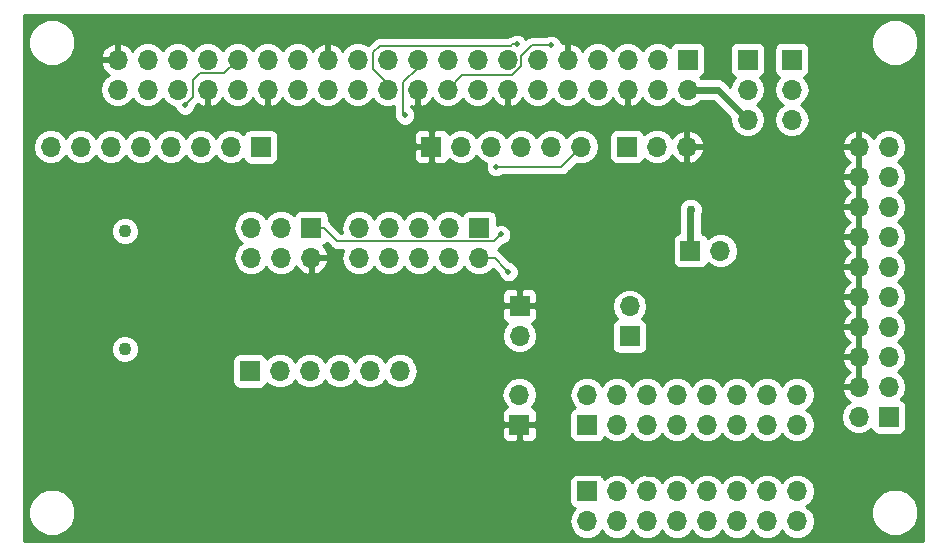
<source format=gbr>
G04 #@! TF.GenerationSoftware,KiCad,Pcbnew,5.0.2+dfsg1-1*
G04 #@! TF.CreationDate,2020-03-15T11:59:51+01:00*
G04 #@! TF.ProjectId,BEE,4245452e-6b69-4636-9164-5f7063625858,1.0*
G04 #@! TF.SameCoordinates,Original*
G04 #@! TF.FileFunction,Copper,L2,Bot*
G04 #@! TF.FilePolarity,Positive*
%FSLAX46Y46*%
G04 Gerber Fmt 4.6, Leading zero omitted, Abs format (unit mm)*
G04 Created by KiCad (PCBNEW 5.0.2+dfsg1-1) date Sun 15 Mar 2020 11:59:51 AM CET*
%MOMM*%
%LPD*%
G01*
G04 APERTURE LIST*
G04 #@! TA.AperFunction,ComponentPad*
%ADD10O,1.700000X1.700000*%
G04 #@! TD*
G04 #@! TA.AperFunction,ComponentPad*
%ADD11R,1.700000X1.700000*%
G04 #@! TD*
G04 #@! TA.AperFunction,ComponentPad*
%ADD12C,1.100000*%
G04 #@! TD*
G04 #@! TA.AperFunction,ViaPad*
%ADD13C,0.762000*%
G04 #@! TD*
G04 #@! TA.AperFunction,ViaPad*
%ADD14C,0.508000*%
G04 #@! TD*
G04 #@! TA.AperFunction,Conductor*
%ADD15C,0.609600*%
G04 #@! TD*
G04 #@! TA.AperFunction,Conductor*
%ADD16C,0.203200*%
G04 #@! TD*
G04 #@! TA.AperFunction,Conductor*
%ADD17C,0.254000*%
G04 #@! TD*
G04 APERTURE END LIST*
D10*
G04 #@! TO.P,J1,40*
G04 #@! TO.N,/BCM21*
X105130600Y-87045800D03*
G04 #@! TO.P,J1,39*
G04 #@! TO.N,GND*
X105130600Y-84505800D03*
G04 #@! TO.P,J1,38*
G04 #@! TO.N,/BCM20*
X107670600Y-87045800D03*
G04 #@! TO.P,J1,37*
G04 #@! TO.N,/BCM26*
X107670600Y-84505800D03*
G04 #@! TO.P,J1,36*
G04 #@! TO.N,/BCM16_CTS*
X110210600Y-87045800D03*
G04 #@! TO.P,J1,35*
G04 #@! TO.N,/BCM19*
X110210600Y-84505800D03*
G04 #@! TO.P,J1,34*
G04 #@! TO.N,GND*
X112750600Y-87045800D03*
G04 #@! TO.P,J1,33*
G04 #@! TO.N,/BCM13_PWM1*
X112750600Y-84505800D03*
G04 #@! TO.P,J1,32*
G04 #@! TO.N,/BCM12_PWM0*
X115290600Y-87045800D03*
G04 #@! TO.P,J1,31*
G04 #@! TO.N,/BCM6*
X115290600Y-84505800D03*
G04 #@! TO.P,J1,30*
G04 #@! TO.N,GND*
X117830600Y-87045800D03*
G04 #@! TO.P,J1,29*
G04 #@! TO.N,/BCM5*
X117830600Y-84505800D03*
G04 #@! TO.P,J1,28*
G04 #@! TO.N,/BCM1*
X120370600Y-87045800D03*
G04 #@! TO.P,J1,27*
G04 #@! TO.N,/BCM0*
X120370600Y-84505800D03*
G04 #@! TO.P,J1,26*
G04 #@! TO.N,/BCM7_CE1*
X122910600Y-87045800D03*
G04 #@! TO.P,J1,25*
G04 #@! TO.N,GND*
X122910600Y-84505800D03*
G04 #@! TO.P,J1,24*
G04 #@! TO.N,/BCM8_CE0*
X125450600Y-87045800D03*
G04 #@! TO.P,J1,23*
G04 #@! TO.N,/BCM11_SCLK*
X125450600Y-84505800D03*
G04 #@! TO.P,J1,22*
G04 #@! TO.N,/BCM25_TCK*
X127990600Y-87045800D03*
G04 #@! TO.P,J1,21*
G04 #@! TO.N,/BCM9_MISO*
X127990600Y-84505800D03*
G04 #@! TO.P,J1,20*
G04 #@! TO.N,GND*
X130530600Y-87045800D03*
G04 #@! TO.P,J1,19*
G04 #@! TO.N,/BCM10_MOSI*
X130530600Y-84505800D03*
G04 #@! TO.P,J1,18*
G04 #@! TO.N,/BCM24_TDO*
X133070600Y-87045800D03*
G04 #@! TO.P,J1,17*
G04 #@! TO.N,N/C*
X133070600Y-84505800D03*
G04 #@! TO.P,J1,16*
G04 #@! TO.N,/BCM23_RTCK*
X135610600Y-87045800D03*
G04 #@! TO.P,J1,15*
G04 #@! TO.N,/BCM22_TRST*
X135610600Y-84505800D03*
G04 #@! TO.P,J1,14*
G04 #@! TO.N,GND*
X138150600Y-87045800D03*
G04 #@! TO.P,J1,13*
G04 #@! TO.N,/BCM27_TMS*
X138150600Y-84505800D03*
G04 #@! TO.P,J1,12*
G04 #@! TO.N,/BCM18_PWM0*
X140690600Y-87045800D03*
G04 #@! TO.P,J1,11*
G04 #@! TO.N,/BCM17_RTS*
X140690600Y-84505800D03*
G04 #@! TO.P,J1,10*
G04 #@! TO.N,/BCM15_RX*
X143230600Y-87045800D03*
G04 #@! TO.P,J1,9*
G04 #@! TO.N,GND*
X143230600Y-84505800D03*
G04 #@! TO.P,J1,8*
G04 #@! TO.N,/BCM14_TX*
X145770600Y-87045800D03*
G04 #@! TO.P,J1,7*
G04 #@! TO.N,/BCM4_TDI*
X145770600Y-84505800D03*
G04 #@! TO.P,J1,6*
G04 #@! TO.N,GND*
X148310600Y-87045800D03*
G04 #@! TO.P,J1,5*
G04 #@! TO.N,/BCM3_SCL*
X148310600Y-84505800D03*
G04 #@! TO.P,J1,4*
G04 #@! TO.N,N/C*
X150850600Y-87045800D03*
G04 #@! TO.P,J1,3*
G04 #@! TO.N,/BCM2_SDA*
X150850600Y-84505800D03*
G04 #@! TO.P,J1,2*
G04 #@! TO.N,+5V*
X153390600Y-87045800D03*
D11*
G04 #@! TO.P,J1,1*
G04 #@! TO.N,+3V3*
X153390600Y-84505800D03*
G04 #@! TD*
D10*
G04 #@! TO.P,J16,8*
G04 #@! TO.N,/BCM26*
X99466400Y-91897200D03*
G04 #@! TO.P,J16,7*
G04 #@! TO.N,/BCM21*
X102006400Y-91897200D03*
G04 #@! TO.P,J16,6*
G04 #@! TO.N,/BCM20*
X104546400Y-91897200D03*
G04 #@! TO.P,J16,5*
G04 #@! TO.N,/BCM19*
X107086400Y-91897200D03*
G04 #@! TO.P,J16,4*
G04 #@! TO.N,/BCM6*
X109626400Y-91897200D03*
G04 #@! TO.P,J16,3*
G04 #@! TO.N,/BCM5*
X112166400Y-91897200D03*
G04 #@! TO.P,J16,2*
G04 #@! TO.N,/BCM1*
X114706400Y-91897200D03*
D11*
G04 #@! TO.P,J16,1*
G04 #@! TO.N,/BCM0*
X117246400Y-91897200D03*
G04 #@! TD*
D10*
G04 #@! TO.P,J4,6*
G04 #@! TO.N,/SW1*
X129032000Y-110871000D03*
G04 #@! TO.P,J4,5*
G04 #@! TO.N,/SW2*
X126492000Y-110871000D03*
G04 #@! TO.P,J4,4*
G04 #@! TO.N,/SW3*
X123952000Y-110871000D03*
G04 #@! TO.P,J4,3*
G04 #@! TO.N,/L1*
X121412000Y-110871000D03*
G04 #@! TO.P,J4,2*
G04 #@! TO.N,/L2*
X118872000Y-110871000D03*
D11*
G04 #@! TO.P,J4,1*
G04 #@! TO.N,/L3*
X116332000Y-110871000D03*
G04 #@! TD*
D10*
G04 #@! TO.P,J8,16*
G04 #@! TO.N,Net-(J8-Pad16)*
X162661600Y-112877600D03*
G04 #@! TO.P,J8,15*
G04 #@! TO.N,/AR7*
X162661600Y-115417600D03*
G04 #@! TO.P,J8,14*
G04 #@! TO.N,Net-(J8-Pad14)*
X160121600Y-112877600D03*
G04 #@! TO.P,J8,13*
G04 #@! TO.N,/AR6*
X160121600Y-115417600D03*
G04 #@! TO.P,J8,12*
G04 #@! TO.N,Net-(J8-Pad12)*
X157581600Y-112877600D03*
G04 #@! TO.P,J8,11*
G04 #@! TO.N,/AR5*
X157581600Y-115417600D03*
G04 #@! TO.P,J8,10*
G04 #@! TO.N,Net-(J8-Pad10)*
X155041600Y-112877600D03*
G04 #@! TO.P,J8,9*
G04 #@! TO.N,/AR4*
X155041600Y-115417600D03*
G04 #@! TO.P,J8,8*
G04 #@! TO.N,Net-(J8-Pad8)*
X152501600Y-112877600D03*
G04 #@! TO.P,J8,7*
G04 #@! TO.N,/AR3*
X152501600Y-115417600D03*
G04 #@! TO.P,J8,6*
G04 #@! TO.N,Net-(J8-Pad6)*
X149961600Y-112877600D03*
G04 #@! TO.P,J8,5*
G04 #@! TO.N,/AR2*
X149961600Y-115417600D03*
G04 #@! TO.P,J8,4*
G04 #@! TO.N,Net-(J8-Pad4)*
X147421600Y-112877600D03*
G04 #@! TO.P,J8,3*
G04 #@! TO.N,/AR1*
X147421600Y-115417600D03*
G04 #@! TO.P,J8,2*
G04 #@! TO.N,Net-(J8-Pad2)*
X144881600Y-112877600D03*
D11*
G04 #@! TO.P,J8,1*
G04 #@! TO.N,/AR0*
X144881600Y-115417600D03*
G04 #@! TD*
D12*
G04 #@! TO.P,BZ1,2*
G04 #@! TO.N,Net-(BZ1-Pad2)*
X105727500Y-99013000D03*
G04 #@! TO.P,BZ1,1*
G04 #@! TO.N,Net-(BZ1-Pad1)*
X105727500Y-109013000D03*
G04 #@! TD*
D10*
G04 #@! TO.P,J5,20*
G04 #@! TO.N,GND*
X167868600Y-91897200D03*
G04 #@! TO.P,J5,19*
G04 #@! TO.N,N/C*
X170408600Y-91897200D03*
G04 #@! TO.P,J5,18*
G04 #@! TO.N,GND*
X167868600Y-94437200D03*
G04 #@! TO.P,J5,17*
G04 #@! TO.N,N/C*
X170408600Y-94437200D03*
G04 #@! TO.P,J5,16*
G04 #@! TO.N,GND*
X167868600Y-96977200D03*
G04 #@! TO.P,J5,15*
G04 #@! TO.N,N/C*
X170408600Y-96977200D03*
G04 #@! TO.P,J5,14*
G04 #@! TO.N,GND*
X167868600Y-99517200D03*
G04 #@! TO.P,J5,13*
G04 #@! TO.N,/BCM24_TDO*
X170408600Y-99517200D03*
G04 #@! TO.P,J5,12*
G04 #@! TO.N,GND*
X167868600Y-102057200D03*
G04 #@! TO.P,J5,11*
G04 #@! TO.N,/BCM23_RTCK*
X170408600Y-102057200D03*
G04 #@! TO.P,J5,10*
G04 #@! TO.N,GND*
X167868600Y-104597200D03*
G04 #@! TO.P,J5,9*
G04 #@! TO.N,/BCM25_TCK*
X170408600Y-104597200D03*
G04 #@! TO.P,J5,8*
G04 #@! TO.N,GND*
X167868600Y-107137200D03*
G04 #@! TO.P,J5,7*
G04 #@! TO.N,/BCM27_TMS*
X170408600Y-107137200D03*
G04 #@! TO.P,J5,6*
G04 #@! TO.N,GND*
X167868600Y-109677200D03*
G04 #@! TO.P,J5,5*
G04 #@! TO.N,/BCM4_TDI*
X170408600Y-109677200D03*
G04 #@! TO.P,J5,4*
G04 #@! TO.N,GND*
X167868600Y-112217200D03*
G04 #@! TO.P,J5,3*
G04 #@! TO.N,/BCM22_TRST*
X170408600Y-112217200D03*
G04 #@! TO.P,J5,2*
G04 #@! TO.N,Net-(J5-Pad2)*
X167868600Y-114757200D03*
D11*
G04 #@! TO.P,J5,1*
G04 #@! TO.N,+3V3*
X170408600Y-114757200D03*
G04 #@! TD*
D10*
G04 #@! TO.P,J2,10*
G04 #@! TO.N,/CE_DAC*
X125577600Y-101295200D03*
G04 #@! TO.P,J2,9*
G04 #@! TO.N,/BCM7_CE1*
X125577600Y-98755200D03*
G04 #@! TO.P,J2,8*
G04 #@! TO.N,/CE_ADC*
X128117600Y-101295200D03*
G04 #@! TO.P,J2,7*
G04 #@! TO.N,/BCM8_CE0*
X128117600Y-98755200D03*
G04 #@! TO.P,J2,6*
G04 #@! TO.N,/SCLK*
X130657600Y-101295200D03*
G04 #@! TO.P,J2,5*
G04 #@! TO.N,/BCM11_SCLK*
X130657600Y-98755200D03*
G04 #@! TO.P,J2,4*
G04 #@! TO.N,/MISO*
X133197600Y-101295200D03*
G04 #@! TO.P,J2,3*
G04 #@! TO.N,/BCM9_MISO*
X133197600Y-98755200D03*
G04 #@! TO.P,J2,2*
G04 #@! TO.N,/MOSI*
X135737600Y-101295200D03*
D11*
G04 #@! TO.P,J2,1*
G04 #@! TO.N,/BCM10_MOSI*
X135737600Y-98755200D03*
G04 #@! TD*
D10*
G04 #@! TO.P,J13,6*
G04 #@! TO.N,/BCM16_CTS*
X144399000Y-91871800D03*
G04 #@! TO.P,J13,5*
G04 #@! TO.N,/BCM14_TX*
X141859000Y-91871800D03*
G04 #@! TO.P,J13,4*
G04 #@! TO.N,/BCM15_RX*
X139319000Y-91871800D03*
G04 #@! TO.P,J13,3*
G04 #@! TO.N,N/C*
X136779000Y-91871800D03*
G04 #@! TO.P,J13,2*
G04 #@! TO.N,/BCM17_RTS*
X134239000Y-91871800D03*
D11*
G04 #@! TO.P,J13,1*
G04 #@! TO.N,GND*
X131699000Y-91871800D03*
G04 #@! TD*
D10*
G04 #@! TO.P,J3,6*
G04 #@! TO.N,/BCM12_PWM0*
X116433600Y-101269800D03*
G04 #@! TO.P,J3,5*
G04 #@! TO.N,/BCM13_PWM1*
X116433600Y-98729800D03*
G04 #@! TO.P,J3,4*
G04 #@! TO.N,Net-(BZ1-Pad1)*
X118973600Y-101269800D03*
G04 #@! TO.P,J3,3*
G04 #@! TO.N,Net-(BZ1-Pad2)*
X118973600Y-98729800D03*
G04 #@! TO.P,J3,2*
G04 #@! TO.N,GND*
X121513600Y-101269800D03*
D11*
G04 #@! TO.P,J3,1*
G04 #@! TO.N,/BCM18_PWM0*
X121513600Y-98729800D03*
G04 #@! TD*
G04 #@! TO.P,J9,1*
G04 #@! TO.N,GND*
X139166600Y-105359200D03*
D10*
G04 #@! TO.P,J9,2*
G04 #@! TO.N,Net-(J9-Pad2)*
X139166600Y-107899200D03*
G04 #@! TD*
D11*
G04 #@! TO.P,J10,1*
G04 #@! TO.N,Net-(J10-Pad1)*
X148475700Y-107924600D03*
D10*
G04 #@! TO.P,J10,2*
G04 #@! TO.N,VDD*
X148475700Y-105384600D03*
G04 #@! TD*
D11*
G04 #@! TO.P,J11,1*
G04 #@! TO.N,VDD*
X153631900Y-100698300D03*
D10*
G04 #@! TO.P,J11,2*
G04 #@! TO.N,Net-(J11-Pad2)*
X156171900Y-100698300D03*
G04 #@! TD*
D11*
G04 #@! TO.P,J12,1*
G04 #@! TO.N,GND*
X139141200Y-115417600D03*
D10*
G04 #@! TO.P,J12,2*
G04 #@! TO.N,Net-(J12-Pad2)*
X139141200Y-112877600D03*
G04 #@! TD*
G04 #@! TO.P,J14,3*
G04 #@! TO.N,+5V*
X158470600Y-89585800D03*
G04 #@! TO.P,J14,2*
G04 #@! TO.N,VDD*
X158470600Y-87045800D03*
D11*
G04 #@! TO.P,J14,1*
G04 #@! TO.N,+3V3*
X158470600Y-84505800D03*
G04 #@! TD*
D10*
G04 #@! TO.P,J17,3*
G04 #@! TO.N,GND*
X153339800Y-91871800D03*
G04 #@! TO.P,J17,2*
G04 #@! TO.N,/BCM2_SDA*
X150799800Y-91871800D03*
D11*
G04 #@! TO.P,J17,1*
G04 #@! TO.N,/BCM3_SCL*
X148259800Y-91871800D03*
G04 #@! TD*
G04 #@! TO.P,J18,1*
G04 #@! TO.N,+3V3*
X162204400Y-84505800D03*
D10*
G04 #@! TO.P,J18,2*
G04 #@! TO.N,VCC*
X162204400Y-87045800D03*
G04 #@! TO.P,J18,3*
G04 #@! TO.N,+5V*
X162204400Y-89585800D03*
G04 #@! TD*
G04 #@! TO.P,J7,16*
G04 #@! TO.N,VCC*
X162661600Y-123596400D03*
G04 #@! TO.P,J7,15*
G04 #@! TO.N,/AR7*
X162661600Y-121056400D03*
G04 #@! TO.P,J7,14*
G04 #@! TO.N,VCC*
X160121600Y-123596400D03*
G04 #@! TO.P,J7,13*
G04 #@! TO.N,/AR6*
X160121600Y-121056400D03*
G04 #@! TO.P,J7,12*
G04 #@! TO.N,VCC*
X157581600Y-123596400D03*
G04 #@! TO.P,J7,11*
G04 #@! TO.N,/AR5*
X157581600Y-121056400D03*
G04 #@! TO.P,J7,10*
G04 #@! TO.N,VCC*
X155041600Y-123596400D03*
G04 #@! TO.P,J7,9*
G04 #@! TO.N,/AR4*
X155041600Y-121056400D03*
G04 #@! TO.P,J7,8*
G04 #@! TO.N,VCC*
X152501600Y-123596400D03*
G04 #@! TO.P,J7,7*
G04 #@! TO.N,/AR3*
X152501600Y-121056400D03*
G04 #@! TO.P,J7,6*
G04 #@! TO.N,VCC*
X149961600Y-123596400D03*
G04 #@! TO.P,J7,5*
G04 #@! TO.N,/AR2*
X149961600Y-121056400D03*
G04 #@! TO.P,J7,4*
G04 #@! TO.N,VCC*
X147421600Y-123596400D03*
G04 #@! TO.P,J7,3*
G04 #@! TO.N,/AR1*
X147421600Y-121056400D03*
G04 #@! TO.P,J7,2*
G04 #@! TO.N,VCC*
X144881600Y-123596400D03*
D11*
G04 #@! TO.P,J7,1*
G04 #@! TO.N,/AR0*
X144881600Y-121056400D03*
G04 #@! TD*
D13*
G04 #@! TO.N,GND*
X163728400Y-101968300D03*
X152806400Y-106794300D03*
X106362500Y-123888500D03*
X119316500Y-124079000D03*
X130429000Y-124142500D03*
X135382000Y-123825000D03*
X143662400Y-118465600D03*
X146304000Y-119634000D03*
X150164800Y-119481600D03*
X153974800Y-119684800D03*
X157734000Y-119430800D03*
X161544000Y-119481600D03*
X143179800Y-112699800D03*
X150520400Y-99923600D03*
X114427000Y-117475000D03*
D14*
X120269000Y-117475000D03*
D13*
X126060200Y-117525800D03*
X157784800Y-101879400D03*
X143713200Y-110159800D03*
D14*
G04 #@! TO.N,/BCM24_TDO*
X141833603Y-83286599D03*
G04 #@! TO.N,/BCM10_MOSI*
X129463800Y-89204800D03*
G04 #@! TO.N,/BCM25_TCK*
X138912600Y-83210400D03*
G04 #@! TO.N,/BCM6*
X110820200Y-88366600D03*
G04 #@! TO.N,/MOSI*
X138226800Y-102463600D03*
D13*
G04 #@! TO.N,VDD*
X153644600Y-97205800D03*
D14*
G04 #@! TO.N,/BCM18_PWM0*
X137591800Y-99314000D03*
G04 #@! TO.N,/BCM16_CTS*
X137185400Y-93573600D03*
G04 #@! TD*
D15*
G04 #@! TO.N,+5V*
X155930600Y-87045800D02*
X158470600Y-89585800D01*
X153390600Y-87045800D02*
X155930600Y-87045800D01*
D16*
G04 #@! TO.N,/BCM24_TDO*
X133070600Y-87045800D02*
X134276201Y-85840199D01*
X140182601Y-83286599D02*
X141474393Y-83286599D01*
X141474393Y-83286599D02*
X141833603Y-83286599D01*
X139305401Y-84163799D02*
X140182601Y-83286599D01*
X139305401Y-85060105D02*
X139305401Y-84163799D01*
X134276201Y-85840199D02*
X138525307Y-85840199D01*
X138525307Y-85840199D02*
X139305401Y-85060105D01*
G04 #@! TO.N,/BCM10_MOSI*
X129260600Y-89001600D02*
X129463800Y-89204800D01*
X129336800Y-86455310D02*
X129260600Y-86531510D01*
X129260600Y-86531510D02*
X129260600Y-89001600D01*
X129336800Y-86410800D02*
X129336800Y-86455310D01*
X130530600Y-84505800D02*
X130530600Y-85217000D01*
X130530600Y-85217000D02*
X129336800Y-86410800D01*
G04 #@! TO.N,/BCM25_TCK*
X138553390Y-83210400D02*
X138912600Y-83210400D01*
X127990600Y-86563200D02*
X126771400Y-85344000D01*
X126771400Y-85344000D02*
X126771400Y-83896200D01*
X127990600Y-87045800D02*
X127990600Y-86563200D01*
X126771400Y-83896200D02*
X127330200Y-83337400D01*
X127330200Y-83337400D02*
X138426390Y-83337400D01*
X138426390Y-83337400D02*
X138553390Y-83210400D01*
G04 #@! TO.N,/BCM6*
X115290600Y-84505800D02*
X114135799Y-85660601D01*
X114135799Y-85660601D02*
X112076365Y-85660601D01*
X111074199Y-88112601D02*
X110820200Y-88366600D01*
X111531399Y-87655401D02*
X111074199Y-88112601D01*
X111531399Y-86205567D02*
X111531399Y-87655401D01*
X112076365Y-85660601D02*
X111531399Y-86205567D01*
G04 #@! TO.N,/MOSI*
X137058400Y-101295200D02*
X137972801Y-102209601D01*
X137972801Y-102209601D02*
X138226800Y-102463600D01*
X135737600Y-101295200D02*
X137058400Y-101295200D01*
D15*
G04 #@! TO.N,VDD*
X153631900Y-97218500D02*
X153644600Y-97205800D01*
X153631900Y-100698300D02*
X153631900Y-97218500D01*
D16*
G04 #@! TO.N,/BCM18_PWM0*
X122566800Y-98729800D02*
X121513600Y-98729800D01*
X123747001Y-99910001D02*
X122566800Y-98729800D01*
X136995799Y-99910001D02*
X123747001Y-99910001D01*
X137591800Y-99314000D02*
X136995799Y-99910001D01*
G04 #@! TO.N,/BCM16_CTS*
X142697200Y-93573600D02*
X144399000Y-91871800D01*
X137185400Y-93573600D02*
X142697200Y-93573600D01*
G04 #@! TD*
D17*
G04 #@! TO.N,GND*
G36*
X173290001Y-125290000D02*
X97210000Y-125290000D01*
X97210000Y-122445159D01*
X97583000Y-122445159D01*
X97583000Y-123234841D01*
X97885199Y-123964412D01*
X98443588Y-124522801D01*
X99173159Y-124825000D01*
X99962841Y-124825000D01*
X100692412Y-124522801D01*
X101250801Y-123964412D01*
X101403236Y-123596400D01*
X143367508Y-123596400D01*
X143482761Y-124175818D01*
X143810975Y-124667025D01*
X144302182Y-124995239D01*
X144735344Y-125081400D01*
X145027856Y-125081400D01*
X145461018Y-124995239D01*
X145952225Y-124667025D01*
X146151600Y-124368639D01*
X146350975Y-124667025D01*
X146842182Y-124995239D01*
X147275344Y-125081400D01*
X147567856Y-125081400D01*
X148001018Y-124995239D01*
X148492225Y-124667025D01*
X148691600Y-124368639D01*
X148890975Y-124667025D01*
X149382182Y-124995239D01*
X149815344Y-125081400D01*
X150107856Y-125081400D01*
X150541018Y-124995239D01*
X151032225Y-124667025D01*
X151231600Y-124368639D01*
X151430975Y-124667025D01*
X151922182Y-124995239D01*
X152355344Y-125081400D01*
X152647856Y-125081400D01*
X153081018Y-124995239D01*
X153572225Y-124667025D01*
X153771600Y-124368639D01*
X153970975Y-124667025D01*
X154462182Y-124995239D01*
X154895344Y-125081400D01*
X155187856Y-125081400D01*
X155621018Y-124995239D01*
X156112225Y-124667025D01*
X156311600Y-124368639D01*
X156510975Y-124667025D01*
X157002182Y-124995239D01*
X157435344Y-125081400D01*
X157727856Y-125081400D01*
X158161018Y-124995239D01*
X158652225Y-124667025D01*
X158851600Y-124368639D01*
X159050975Y-124667025D01*
X159542182Y-124995239D01*
X159975344Y-125081400D01*
X160267856Y-125081400D01*
X160701018Y-124995239D01*
X161192225Y-124667025D01*
X161391600Y-124368639D01*
X161590975Y-124667025D01*
X162082182Y-124995239D01*
X162515344Y-125081400D01*
X162807856Y-125081400D01*
X163241018Y-124995239D01*
X163732225Y-124667025D01*
X164060439Y-124175818D01*
X164175692Y-123596400D01*
X164060439Y-123016982D01*
X163732225Y-122525775D01*
X163611575Y-122445159D01*
X168957000Y-122445159D01*
X168957000Y-123234841D01*
X169259199Y-123964412D01*
X169817588Y-124522801D01*
X170547159Y-124825000D01*
X171336841Y-124825000D01*
X172066412Y-124522801D01*
X172624801Y-123964412D01*
X172927000Y-123234841D01*
X172927000Y-122445159D01*
X172624801Y-121715588D01*
X172066412Y-121157199D01*
X171336841Y-120855000D01*
X170547159Y-120855000D01*
X169817588Y-121157199D01*
X169259199Y-121715588D01*
X168957000Y-122445159D01*
X163611575Y-122445159D01*
X163433839Y-122326400D01*
X163732225Y-122127025D01*
X164060439Y-121635818D01*
X164175692Y-121056400D01*
X164060439Y-120476982D01*
X163732225Y-119985775D01*
X163241018Y-119657561D01*
X162807856Y-119571400D01*
X162515344Y-119571400D01*
X162082182Y-119657561D01*
X161590975Y-119985775D01*
X161391600Y-120284161D01*
X161192225Y-119985775D01*
X160701018Y-119657561D01*
X160267856Y-119571400D01*
X159975344Y-119571400D01*
X159542182Y-119657561D01*
X159050975Y-119985775D01*
X158851600Y-120284161D01*
X158652225Y-119985775D01*
X158161018Y-119657561D01*
X157727856Y-119571400D01*
X157435344Y-119571400D01*
X157002182Y-119657561D01*
X156510975Y-119985775D01*
X156311600Y-120284161D01*
X156112225Y-119985775D01*
X155621018Y-119657561D01*
X155187856Y-119571400D01*
X154895344Y-119571400D01*
X154462182Y-119657561D01*
X153970975Y-119985775D01*
X153771600Y-120284161D01*
X153572225Y-119985775D01*
X153081018Y-119657561D01*
X152647856Y-119571400D01*
X152355344Y-119571400D01*
X151922182Y-119657561D01*
X151430975Y-119985775D01*
X151231600Y-120284161D01*
X151032225Y-119985775D01*
X150541018Y-119657561D01*
X150107856Y-119571400D01*
X149815344Y-119571400D01*
X149382182Y-119657561D01*
X148890975Y-119985775D01*
X148691600Y-120284161D01*
X148492225Y-119985775D01*
X148001018Y-119657561D01*
X147567856Y-119571400D01*
X147275344Y-119571400D01*
X146842182Y-119657561D01*
X146350975Y-119985775D01*
X146338784Y-120004019D01*
X146329757Y-119958635D01*
X146189409Y-119748591D01*
X145979365Y-119608243D01*
X145731600Y-119558960D01*
X144031600Y-119558960D01*
X143783835Y-119608243D01*
X143573791Y-119748591D01*
X143433443Y-119958635D01*
X143384160Y-120206400D01*
X143384160Y-121906400D01*
X143433443Y-122154165D01*
X143573791Y-122364209D01*
X143783835Y-122504557D01*
X143829219Y-122513584D01*
X143810975Y-122525775D01*
X143482761Y-123016982D01*
X143367508Y-123596400D01*
X101403236Y-123596400D01*
X101553000Y-123234841D01*
X101553000Y-122445159D01*
X101250801Y-121715588D01*
X100692412Y-121157199D01*
X99962841Y-120855000D01*
X99173159Y-120855000D01*
X98443588Y-121157199D01*
X97885199Y-121715588D01*
X97583000Y-122445159D01*
X97210000Y-122445159D01*
X97210000Y-115703350D01*
X137656200Y-115703350D01*
X137656200Y-116393910D01*
X137752873Y-116627299D01*
X137931502Y-116805927D01*
X138164891Y-116902600D01*
X138855450Y-116902600D01*
X139014200Y-116743850D01*
X139014200Y-115544600D01*
X139268200Y-115544600D01*
X139268200Y-116743850D01*
X139426950Y-116902600D01*
X140117509Y-116902600D01*
X140350898Y-116805927D01*
X140529527Y-116627299D01*
X140626200Y-116393910D01*
X140626200Y-115703350D01*
X140467450Y-115544600D01*
X139268200Y-115544600D01*
X139014200Y-115544600D01*
X137814950Y-115544600D01*
X137656200Y-115703350D01*
X97210000Y-115703350D01*
X97210000Y-112877600D01*
X137627108Y-112877600D01*
X137742361Y-113457018D01*
X138070575Y-113948225D01*
X138092233Y-113962696D01*
X137931502Y-114029273D01*
X137752873Y-114207901D01*
X137656200Y-114441290D01*
X137656200Y-115131850D01*
X137814950Y-115290600D01*
X139014200Y-115290600D01*
X139014200Y-115270600D01*
X139268200Y-115270600D01*
X139268200Y-115290600D01*
X140467450Y-115290600D01*
X140626200Y-115131850D01*
X140626200Y-114441290D01*
X140529527Y-114207901D01*
X140350898Y-114029273D01*
X140190167Y-113962696D01*
X140211825Y-113948225D01*
X140540039Y-113457018D01*
X140655292Y-112877600D01*
X143367508Y-112877600D01*
X143482761Y-113457018D01*
X143810975Y-113948225D01*
X143829219Y-113960416D01*
X143783835Y-113969443D01*
X143573791Y-114109791D01*
X143433443Y-114319835D01*
X143384160Y-114567600D01*
X143384160Y-116267600D01*
X143433443Y-116515365D01*
X143573791Y-116725409D01*
X143783835Y-116865757D01*
X144031600Y-116915040D01*
X145731600Y-116915040D01*
X145979365Y-116865757D01*
X146189409Y-116725409D01*
X146329757Y-116515365D01*
X146338784Y-116469981D01*
X146350975Y-116488225D01*
X146842182Y-116816439D01*
X147275344Y-116902600D01*
X147567856Y-116902600D01*
X148001018Y-116816439D01*
X148492225Y-116488225D01*
X148691600Y-116189839D01*
X148890975Y-116488225D01*
X149382182Y-116816439D01*
X149815344Y-116902600D01*
X150107856Y-116902600D01*
X150541018Y-116816439D01*
X151032225Y-116488225D01*
X151231600Y-116189839D01*
X151430975Y-116488225D01*
X151922182Y-116816439D01*
X152355344Y-116902600D01*
X152647856Y-116902600D01*
X153081018Y-116816439D01*
X153572225Y-116488225D01*
X153771600Y-116189839D01*
X153970975Y-116488225D01*
X154462182Y-116816439D01*
X154895344Y-116902600D01*
X155187856Y-116902600D01*
X155621018Y-116816439D01*
X156112225Y-116488225D01*
X156311600Y-116189839D01*
X156510975Y-116488225D01*
X157002182Y-116816439D01*
X157435344Y-116902600D01*
X157727856Y-116902600D01*
X158161018Y-116816439D01*
X158652225Y-116488225D01*
X158851600Y-116189839D01*
X159050975Y-116488225D01*
X159542182Y-116816439D01*
X159975344Y-116902600D01*
X160267856Y-116902600D01*
X160701018Y-116816439D01*
X161192225Y-116488225D01*
X161391600Y-116189839D01*
X161590975Y-116488225D01*
X162082182Y-116816439D01*
X162515344Y-116902600D01*
X162807856Y-116902600D01*
X163241018Y-116816439D01*
X163732225Y-116488225D01*
X164060439Y-115997018D01*
X164175692Y-115417600D01*
X164060439Y-114838182D01*
X164006329Y-114757200D01*
X166354508Y-114757200D01*
X166469761Y-115336618D01*
X166797975Y-115827825D01*
X167289182Y-116156039D01*
X167722344Y-116242200D01*
X168014856Y-116242200D01*
X168448018Y-116156039D01*
X168939225Y-115827825D01*
X168951416Y-115809581D01*
X168960443Y-115854965D01*
X169100791Y-116065009D01*
X169310835Y-116205357D01*
X169558600Y-116254640D01*
X171258600Y-116254640D01*
X171506365Y-116205357D01*
X171716409Y-116065009D01*
X171856757Y-115854965D01*
X171906040Y-115607200D01*
X171906040Y-113907200D01*
X171856757Y-113659435D01*
X171716409Y-113449391D01*
X171506365Y-113309043D01*
X171460981Y-113300016D01*
X171479225Y-113287825D01*
X171807439Y-112796618D01*
X171922692Y-112217200D01*
X171807439Y-111637782D01*
X171479225Y-111146575D01*
X171180839Y-110947200D01*
X171479225Y-110747825D01*
X171807439Y-110256618D01*
X171922692Y-109677200D01*
X171807439Y-109097782D01*
X171479225Y-108606575D01*
X171180839Y-108407200D01*
X171479225Y-108207825D01*
X171807439Y-107716618D01*
X171922692Y-107137200D01*
X171807439Y-106557782D01*
X171479225Y-106066575D01*
X171180839Y-105867200D01*
X171479225Y-105667825D01*
X171807439Y-105176618D01*
X171922692Y-104597200D01*
X171807439Y-104017782D01*
X171479225Y-103526575D01*
X171180839Y-103327200D01*
X171479225Y-103127825D01*
X171807439Y-102636618D01*
X171922692Y-102057200D01*
X171807439Y-101477782D01*
X171479225Y-100986575D01*
X171180839Y-100787200D01*
X171479225Y-100587825D01*
X171807439Y-100096618D01*
X171922692Y-99517200D01*
X171807439Y-98937782D01*
X171479225Y-98446575D01*
X171180839Y-98247200D01*
X171479225Y-98047825D01*
X171807439Y-97556618D01*
X171922692Y-96977200D01*
X171807439Y-96397782D01*
X171479225Y-95906575D01*
X171180839Y-95707200D01*
X171479225Y-95507825D01*
X171807439Y-95016618D01*
X171922692Y-94437200D01*
X171807439Y-93857782D01*
X171479225Y-93366575D01*
X171180839Y-93167200D01*
X171479225Y-92967825D01*
X171807439Y-92476618D01*
X171922692Y-91897200D01*
X171807439Y-91317782D01*
X171479225Y-90826575D01*
X170988018Y-90498361D01*
X170554856Y-90412200D01*
X170262344Y-90412200D01*
X169829182Y-90498361D01*
X169337975Y-90826575D01*
X169137247Y-91126986D01*
X168749958Y-90702017D01*
X168225492Y-90455714D01*
X167995600Y-90576381D01*
X167995600Y-91770200D01*
X168015600Y-91770200D01*
X168015600Y-92024200D01*
X167995600Y-92024200D01*
X167995600Y-94310200D01*
X168015600Y-94310200D01*
X168015600Y-94564200D01*
X167995600Y-94564200D01*
X167995600Y-96850200D01*
X168015600Y-96850200D01*
X168015600Y-97104200D01*
X167995600Y-97104200D01*
X167995600Y-99390200D01*
X168015600Y-99390200D01*
X168015600Y-99644200D01*
X167995600Y-99644200D01*
X167995600Y-101930200D01*
X168015600Y-101930200D01*
X168015600Y-102184200D01*
X167995600Y-102184200D01*
X167995600Y-104470200D01*
X168015600Y-104470200D01*
X168015600Y-104724200D01*
X167995600Y-104724200D01*
X167995600Y-107010200D01*
X168015600Y-107010200D01*
X168015600Y-107264200D01*
X167995600Y-107264200D01*
X167995600Y-109550200D01*
X168015600Y-109550200D01*
X168015600Y-109804200D01*
X167995600Y-109804200D01*
X167995600Y-112090200D01*
X168015600Y-112090200D01*
X168015600Y-112344200D01*
X167995600Y-112344200D01*
X167995600Y-112364200D01*
X167741600Y-112364200D01*
X167741600Y-112344200D01*
X166548445Y-112344200D01*
X166427124Y-112574090D01*
X166596955Y-112984124D01*
X166987242Y-113412383D01*
X167117078Y-113473357D01*
X166797975Y-113686575D01*
X166469761Y-114177782D01*
X166354508Y-114757200D01*
X164006329Y-114757200D01*
X163732225Y-114346975D01*
X163433839Y-114147600D01*
X163732225Y-113948225D01*
X164060439Y-113457018D01*
X164175692Y-112877600D01*
X164060439Y-112298182D01*
X163732225Y-111806975D01*
X163241018Y-111478761D01*
X162807856Y-111392600D01*
X162515344Y-111392600D01*
X162082182Y-111478761D01*
X161590975Y-111806975D01*
X161391600Y-112105361D01*
X161192225Y-111806975D01*
X160701018Y-111478761D01*
X160267856Y-111392600D01*
X159975344Y-111392600D01*
X159542182Y-111478761D01*
X159050975Y-111806975D01*
X158851600Y-112105361D01*
X158652225Y-111806975D01*
X158161018Y-111478761D01*
X157727856Y-111392600D01*
X157435344Y-111392600D01*
X157002182Y-111478761D01*
X156510975Y-111806975D01*
X156311600Y-112105361D01*
X156112225Y-111806975D01*
X155621018Y-111478761D01*
X155187856Y-111392600D01*
X154895344Y-111392600D01*
X154462182Y-111478761D01*
X153970975Y-111806975D01*
X153771600Y-112105361D01*
X153572225Y-111806975D01*
X153081018Y-111478761D01*
X152647856Y-111392600D01*
X152355344Y-111392600D01*
X151922182Y-111478761D01*
X151430975Y-111806975D01*
X151231600Y-112105361D01*
X151032225Y-111806975D01*
X150541018Y-111478761D01*
X150107856Y-111392600D01*
X149815344Y-111392600D01*
X149382182Y-111478761D01*
X148890975Y-111806975D01*
X148691600Y-112105361D01*
X148492225Y-111806975D01*
X148001018Y-111478761D01*
X147567856Y-111392600D01*
X147275344Y-111392600D01*
X146842182Y-111478761D01*
X146350975Y-111806975D01*
X146151600Y-112105361D01*
X145952225Y-111806975D01*
X145461018Y-111478761D01*
X145027856Y-111392600D01*
X144735344Y-111392600D01*
X144302182Y-111478761D01*
X143810975Y-111806975D01*
X143482761Y-112298182D01*
X143367508Y-112877600D01*
X140655292Y-112877600D01*
X140540039Y-112298182D01*
X140211825Y-111806975D01*
X139720618Y-111478761D01*
X139287456Y-111392600D01*
X138994944Y-111392600D01*
X138561782Y-111478761D01*
X138070575Y-111806975D01*
X137742361Y-112298182D01*
X137627108Y-112877600D01*
X97210000Y-112877600D01*
X97210000Y-108777289D01*
X104542500Y-108777289D01*
X104542500Y-109248711D01*
X104722905Y-109684249D01*
X105056251Y-110017595D01*
X105491789Y-110198000D01*
X105963211Y-110198000D01*
X106390528Y-110021000D01*
X114834560Y-110021000D01*
X114834560Y-111721000D01*
X114883843Y-111968765D01*
X115024191Y-112178809D01*
X115234235Y-112319157D01*
X115482000Y-112368440D01*
X117182000Y-112368440D01*
X117429765Y-112319157D01*
X117639809Y-112178809D01*
X117780157Y-111968765D01*
X117789184Y-111923381D01*
X117801375Y-111941625D01*
X118292582Y-112269839D01*
X118725744Y-112356000D01*
X119018256Y-112356000D01*
X119451418Y-112269839D01*
X119942625Y-111941625D01*
X120142000Y-111643239D01*
X120341375Y-111941625D01*
X120832582Y-112269839D01*
X121265744Y-112356000D01*
X121558256Y-112356000D01*
X121991418Y-112269839D01*
X122482625Y-111941625D01*
X122682000Y-111643239D01*
X122881375Y-111941625D01*
X123372582Y-112269839D01*
X123805744Y-112356000D01*
X124098256Y-112356000D01*
X124531418Y-112269839D01*
X125022625Y-111941625D01*
X125222000Y-111643239D01*
X125421375Y-111941625D01*
X125912582Y-112269839D01*
X126345744Y-112356000D01*
X126638256Y-112356000D01*
X127071418Y-112269839D01*
X127562625Y-111941625D01*
X127762000Y-111643239D01*
X127961375Y-111941625D01*
X128452582Y-112269839D01*
X128885744Y-112356000D01*
X129178256Y-112356000D01*
X129611418Y-112269839D01*
X130102625Y-111941625D01*
X130430839Y-111450418D01*
X130546092Y-110871000D01*
X130430839Y-110291582D01*
X130258789Y-110034090D01*
X166427124Y-110034090D01*
X166596955Y-110444124D01*
X166987242Y-110872383D01*
X167146554Y-110947200D01*
X166987242Y-111022017D01*
X166596955Y-111450276D01*
X166427124Y-111860310D01*
X166548445Y-112090200D01*
X167741600Y-112090200D01*
X167741600Y-109804200D01*
X166548445Y-109804200D01*
X166427124Y-110034090D01*
X130258789Y-110034090D01*
X130102625Y-109800375D01*
X129611418Y-109472161D01*
X129178256Y-109386000D01*
X128885744Y-109386000D01*
X128452582Y-109472161D01*
X127961375Y-109800375D01*
X127762000Y-110098761D01*
X127562625Y-109800375D01*
X127071418Y-109472161D01*
X126638256Y-109386000D01*
X126345744Y-109386000D01*
X125912582Y-109472161D01*
X125421375Y-109800375D01*
X125222000Y-110098761D01*
X125022625Y-109800375D01*
X124531418Y-109472161D01*
X124098256Y-109386000D01*
X123805744Y-109386000D01*
X123372582Y-109472161D01*
X122881375Y-109800375D01*
X122682000Y-110098761D01*
X122482625Y-109800375D01*
X121991418Y-109472161D01*
X121558256Y-109386000D01*
X121265744Y-109386000D01*
X120832582Y-109472161D01*
X120341375Y-109800375D01*
X120142000Y-110098761D01*
X119942625Y-109800375D01*
X119451418Y-109472161D01*
X119018256Y-109386000D01*
X118725744Y-109386000D01*
X118292582Y-109472161D01*
X117801375Y-109800375D01*
X117789184Y-109818619D01*
X117780157Y-109773235D01*
X117639809Y-109563191D01*
X117429765Y-109422843D01*
X117182000Y-109373560D01*
X115482000Y-109373560D01*
X115234235Y-109422843D01*
X115024191Y-109563191D01*
X114883843Y-109773235D01*
X114834560Y-110021000D01*
X106390528Y-110021000D01*
X106398749Y-110017595D01*
X106732095Y-109684249D01*
X106912500Y-109248711D01*
X106912500Y-108777289D01*
X106732095Y-108341751D01*
X106398749Y-108008405D01*
X106135104Y-107899200D01*
X137652508Y-107899200D01*
X137767761Y-108478618D01*
X138095975Y-108969825D01*
X138587182Y-109298039D01*
X139020344Y-109384200D01*
X139312856Y-109384200D01*
X139746018Y-109298039D01*
X140237225Y-108969825D01*
X140565439Y-108478618D01*
X140680692Y-107899200D01*
X140565439Y-107319782D01*
X140237225Y-106828575D01*
X140215567Y-106814104D01*
X140376298Y-106747527D01*
X140554927Y-106568899D01*
X140651600Y-106335510D01*
X140651600Y-105644950D01*
X140492850Y-105486200D01*
X139293600Y-105486200D01*
X139293600Y-105506200D01*
X139039600Y-105506200D01*
X139039600Y-105486200D01*
X137840350Y-105486200D01*
X137681600Y-105644950D01*
X137681600Y-106335510D01*
X137778273Y-106568899D01*
X137956902Y-106747527D01*
X138117633Y-106814104D01*
X138095975Y-106828575D01*
X137767761Y-107319782D01*
X137652508Y-107899200D01*
X106135104Y-107899200D01*
X105963211Y-107828000D01*
X105491789Y-107828000D01*
X105056251Y-108008405D01*
X104722905Y-108341751D01*
X104542500Y-108777289D01*
X97210000Y-108777289D01*
X97210000Y-105384600D01*
X146961608Y-105384600D01*
X147076861Y-105964018D01*
X147405075Y-106455225D01*
X147423319Y-106467416D01*
X147377935Y-106476443D01*
X147167891Y-106616791D01*
X147027543Y-106826835D01*
X146978260Y-107074600D01*
X146978260Y-108774600D01*
X147027543Y-109022365D01*
X147167891Y-109232409D01*
X147377935Y-109372757D01*
X147625700Y-109422040D01*
X149325700Y-109422040D01*
X149573465Y-109372757D01*
X149783509Y-109232409D01*
X149923857Y-109022365D01*
X149973140Y-108774600D01*
X149973140Y-107494090D01*
X166427124Y-107494090D01*
X166596955Y-107904124D01*
X166987242Y-108332383D01*
X167146554Y-108407200D01*
X166987242Y-108482017D01*
X166596955Y-108910276D01*
X166427124Y-109320310D01*
X166548445Y-109550200D01*
X167741600Y-109550200D01*
X167741600Y-107264200D01*
X166548445Y-107264200D01*
X166427124Y-107494090D01*
X149973140Y-107494090D01*
X149973140Y-107074600D01*
X149923857Y-106826835D01*
X149783509Y-106616791D01*
X149573465Y-106476443D01*
X149528081Y-106467416D01*
X149546325Y-106455225D01*
X149874539Y-105964018D01*
X149989792Y-105384600D01*
X149904159Y-104954090D01*
X166427124Y-104954090D01*
X166596955Y-105364124D01*
X166987242Y-105792383D01*
X167146554Y-105867200D01*
X166987242Y-105942017D01*
X166596955Y-106370276D01*
X166427124Y-106780310D01*
X166548445Y-107010200D01*
X167741600Y-107010200D01*
X167741600Y-104724200D01*
X166548445Y-104724200D01*
X166427124Y-104954090D01*
X149904159Y-104954090D01*
X149874539Y-104805182D01*
X149546325Y-104313975D01*
X149055118Y-103985761D01*
X148621956Y-103899600D01*
X148329444Y-103899600D01*
X147896282Y-103985761D01*
X147405075Y-104313975D01*
X147076861Y-104805182D01*
X146961608Y-105384600D01*
X97210000Y-105384600D01*
X97210000Y-104382890D01*
X137681600Y-104382890D01*
X137681600Y-105073450D01*
X137840350Y-105232200D01*
X139039600Y-105232200D01*
X139039600Y-104032950D01*
X139293600Y-104032950D01*
X139293600Y-105232200D01*
X140492850Y-105232200D01*
X140651600Y-105073450D01*
X140651600Y-104382890D01*
X140554927Y-104149501D01*
X140376298Y-103970873D01*
X140142909Y-103874200D01*
X139452350Y-103874200D01*
X139293600Y-104032950D01*
X139039600Y-104032950D01*
X138880850Y-103874200D01*
X138190291Y-103874200D01*
X137956902Y-103970873D01*
X137778273Y-104149501D01*
X137681600Y-104382890D01*
X97210000Y-104382890D01*
X97210000Y-98777289D01*
X104542500Y-98777289D01*
X104542500Y-99248711D01*
X104722905Y-99684249D01*
X105056251Y-100017595D01*
X105491789Y-100198000D01*
X105963211Y-100198000D01*
X106398749Y-100017595D01*
X106732095Y-99684249D01*
X106912500Y-99248711D01*
X106912500Y-98777289D01*
X106892830Y-98729800D01*
X114919508Y-98729800D01*
X115034761Y-99309218D01*
X115362975Y-99800425D01*
X115661361Y-99999800D01*
X115362975Y-100199175D01*
X115034761Y-100690382D01*
X114919508Y-101269800D01*
X115034761Y-101849218D01*
X115362975Y-102340425D01*
X115854182Y-102668639D01*
X116287344Y-102754800D01*
X116579856Y-102754800D01*
X117013018Y-102668639D01*
X117504225Y-102340425D01*
X117703600Y-102042039D01*
X117902975Y-102340425D01*
X118394182Y-102668639D01*
X118827344Y-102754800D01*
X119119856Y-102754800D01*
X119553018Y-102668639D01*
X120044225Y-102340425D01*
X120257443Y-102021322D01*
X120318417Y-102151158D01*
X120746676Y-102541445D01*
X121156710Y-102711276D01*
X121386600Y-102589955D01*
X121386600Y-101396800D01*
X121640600Y-101396800D01*
X121640600Y-102589955D01*
X121870490Y-102711276D01*
X122280524Y-102541445D01*
X122708783Y-102151158D01*
X122955086Y-101626692D01*
X122834419Y-101396800D01*
X121640600Y-101396800D01*
X121386600Y-101396800D01*
X121366600Y-101396800D01*
X121366600Y-101142800D01*
X121386600Y-101142800D01*
X121386600Y-101122800D01*
X121640600Y-101122800D01*
X121640600Y-101142800D01*
X122834419Y-101142800D01*
X122955086Y-100912908D01*
X122708783Y-100388442D01*
X122501745Y-100199761D01*
X122611365Y-100177957D01*
X122821409Y-100037609D01*
X122826011Y-100030721D01*
X123174851Y-100379561D01*
X123215943Y-100441059D01*
X123277440Y-100482150D01*
X123277442Y-100482152D01*
X123435593Y-100587825D01*
X123459594Y-100603862D01*
X123674457Y-100646601D01*
X123674460Y-100646601D01*
X123747000Y-100661030D01*
X123819541Y-100646601D01*
X124224986Y-100646601D01*
X124178761Y-100715782D01*
X124063508Y-101295200D01*
X124178761Y-101874618D01*
X124506975Y-102365825D01*
X124998182Y-102694039D01*
X125431344Y-102780200D01*
X125723856Y-102780200D01*
X126157018Y-102694039D01*
X126648225Y-102365825D01*
X126847600Y-102067439D01*
X127046975Y-102365825D01*
X127538182Y-102694039D01*
X127971344Y-102780200D01*
X128263856Y-102780200D01*
X128697018Y-102694039D01*
X129188225Y-102365825D01*
X129387600Y-102067439D01*
X129586975Y-102365825D01*
X130078182Y-102694039D01*
X130511344Y-102780200D01*
X130803856Y-102780200D01*
X131237018Y-102694039D01*
X131728225Y-102365825D01*
X131927600Y-102067439D01*
X132126975Y-102365825D01*
X132618182Y-102694039D01*
X133051344Y-102780200D01*
X133343856Y-102780200D01*
X133777018Y-102694039D01*
X134268225Y-102365825D01*
X134467600Y-102067439D01*
X134666975Y-102365825D01*
X135158182Y-102694039D01*
X135591344Y-102780200D01*
X135883856Y-102780200D01*
X136317018Y-102694039D01*
X136808225Y-102365825D01*
X136920013Y-102198522D01*
X137337800Y-102616310D01*
X137337800Y-102640433D01*
X137473142Y-102967178D01*
X137723222Y-103217258D01*
X138049967Y-103352600D01*
X138403633Y-103352600D01*
X138730378Y-103217258D01*
X138980458Y-102967178D01*
X139115800Y-102640433D01*
X139115800Y-102414090D01*
X166427124Y-102414090D01*
X166596955Y-102824124D01*
X166987242Y-103252383D01*
X167146554Y-103327200D01*
X166987242Y-103402017D01*
X166596955Y-103830276D01*
X166427124Y-104240310D01*
X166548445Y-104470200D01*
X167741600Y-104470200D01*
X167741600Y-102184200D01*
X166548445Y-102184200D01*
X166427124Y-102414090D01*
X139115800Y-102414090D01*
X139115800Y-102286767D01*
X138980458Y-101960022D01*
X138730378Y-101709942D01*
X138403633Y-101574600D01*
X138379510Y-101574600D01*
X137630551Y-100825642D01*
X137589458Y-100764142D01*
X137345807Y-100601339D01*
X137300476Y-100592322D01*
X137526857Y-100441059D01*
X137567950Y-100379559D01*
X137744509Y-100203000D01*
X137768633Y-100203000D01*
X138095378Y-100067658D01*
X138314736Y-99848300D01*
X152134460Y-99848300D01*
X152134460Y-101548300D01*
X152183743Y-101796065D01*
X152324091Y-102006109D01*
X152534135Y-102146457D01*
X152781900Y-102195740D01*
X154481900Y-102195740D01*
X154729665Y-102146457D01*
X154939709Y-102006109D01*
X155080057Y-101796065D01*
X155089084Y-101750681D01*
X155101275Y-101768925D01*
X155592482Y-102097139D01*
X156025644Y-102183300D01*
X156318156Y-102183300D01*
X156751318Y-102097139D01*
X157242525Y-101768925D01*
X157570739Y-101277718D01*
X157685992Y-100698300D01*
X157570739Y-100118882D01*
X157407175Y-99874090D01*
X166427124Y-99874090D01*
X166596955Y-100284124D01*
X166987242Y-100712383D01*
X167146554Y-100787200D01*
X166987242Y-100862017D01*
X166596955Y-101290276D01*
X166427124Y-101700310D01*
X166548445Y-101930200D01*
X167741600Y-101930200D01*
X167741600Y-99644200D01*
X166548445Y-99644200D01*
X166427124Y-99874090D01*
X157407175Y-99874090D01*
X157242525Y-99627675D01*
X156751318Y-99299461D01*
X156318156Y-99213300D01*
X156025644Y-99213300D01*
X155592482Y-99299461D01*
X155101275Y-99627675D01*
X155089084Y-99645919D01*
X155080057Y-99600535D01*
X154939709Y-99390491D01*
X154729665Y-99250143D01*
X154571700Y-99218722D01*
X154571700Y-97622520D01*
X154660600Y-97407895D01*
X154660600Y-97334090D01*
X166427124Y-97334090D01*
X166596955Y-97744124D01*
X166987242Y-98172383D01*
X167146554Y-98247200D01*
X166987242Y-98322017D01*
X166596955Y-98750276D01*
X166427124Y-99160310D01*
X166548445Y-99390200D01*
X167741600Y-99390200D01*
X167741600Y-97104200D01*
X166548445Y-97104200D01*
X166427124Y-97334090D01*
X154660600Y-97334090D01*
X154660600Y-97003705D01*
X154505924Y-96630282D01*
X154220118Y-96344476D01*
X153846695Y-96189800D01*
X153442505Y-96189800D01*
X153069082Y-96344476D01*
X152783276Y-96630282D01*
X152628600Y-97003705D01*
X152628600Y-97407895D01*
X152692101Y-97561201D01*
X152692100Y-99218722D01*
X152534135Y-99250143D01*
X152324091Y-99390491D01*
X152183743Y-99600535D01*
X152134460Y-99848300D01*
X138314736Y-99848300D01*
X138345458Y-99817578D01*
X138480800Y-99490833D01*
X138480800Y-99137167D01*
X138345458Y-98810422D01*
X138095378Y-98560342D01*
X137768633Y-98425000D01*
X137414967Y-98425000D01*
X137235040Y-98499528D01*
X137235040Y-97905200D01*
X137185757Y-97657435D01*
X137045409Y-97447391D01*
X136835365Y-97307043D01*
X136587600Y-97257760D01*
X134887600Y-97257760D01*
X134639835Y-97307043D01*
X134429791Y-97447391D01*
X134289443Y-97657435D01*
X134280416Y-97702819D01*
X134268225Y-97684575D01*
X133777018Y-97356361D01*
X133343856Y-97270200D01*
X133051344Y-97270200D01*
X132618182Y-97356361D01*
X132126975Y-97684575D01*
X131927600Y-97982961D01*
X131728225Y-97684575D01*
X131237018Y-97356361D01*
X130803856Y-97270200D01*
X130511344Y-97270200D01*
X130078182Y-97356361D01*
X129586975Y-97684575D01*
X129387600Y-97982961D01*
X129188225Y-97684575D01*
X128697018Y-97356361D01*
X128263856Y-97270200D01*
X127971344Y-97270200D01*
X127538182Y-97356361D01*
X127046975Y-97684575D01*
X126847600Y-97982961D01*
X126648225Y-97684575D01*
X126157018Y-97356361D01*
X125723856Y-97270200D01*
X125431344Y-97270200D01*
X124998182Y-97356361D01*
X124506975Y-97684575D01*
X124178761Y-98175782D01*
X124063508Y-98755200D01*
X124146693Y-99173401D01*
X124052111Y-99173401D01*
X123138951Y-98260242D01*
X123097858Y-98198742D01*
X123011040Y-98140732D01*
X123011040Y-97879800D01*
X122961757Y-97632035D01*
X122821409Y-97421991D01*
X122611365Y-97281643D01*
X122363600Y-97232360D01*
X120663600Y-97232360D01*
X120415835Y-97281643D01*
X120205791Y-97421991D01*
X120065443Y-97632035D01*
X120056416Y-97677419D01*
X120044225Y-97659175D01*
X119553018Y-97330961D01*
X119119856Y-97244800D01*
X118827344Y-97244800D01*
X118394182Y-97330961D01*
X117902975Y-97659175D01*
X117703600Y-97957561D01*
X117504225Y-97659175D01*
X117013018Y-97330961D01*
X116579856Y-97244800D01*
X116287344Y-97244800D01*
X115854182Y-97330961D01*
X115362975Y-97659175D01*
X115034761Y-98150382D01*
X114919508Y-98729800D01*
X106892830Y-98729800D01*
X106732095Y-98341751D01*
X106398749Y-98008405D01*
X105963211Y-97828000D01*
X105491789Y-97828000D01*
X105056251Y-98008405D01*
X104722905Y-98341751D01*
X104542500Y-98777289D01*
X97210000Y-98777289D01*
X97210000Y-94794090D01*
X166427124Y-94794090D01*
X166596955Y-95204124D01*
X166987242Y-95632383D01*
X167146554Y-95707200D01*
X166987242Y-95782017D01*
X166596955Y-96210276D01*
X166427124Y-96620310D01*
X166548445Y-96850200D01*
X167741600Y-96850200D01*
X167741600Y-94564200D01*
X166548445Y-94564200D01*
X166427124Y-94794090D01*
X97210000Y-94794090D01*
X97210000Y-91897200D01*
X97952308Y-91897200D01*
X98067561Y-92476618D01*
X98395775Y-92967825D01*
X98886982Y-93296039D01*
X99320144Y-93382200D01*
X99612656Y-93382200D01*
X100045818Y-93296039D01*
X100537025Y-92967825D01*
X100736400Y-92669439D01*
X100935775Y-92967825D01*
X101426982Y-93296039D01*
X101860144Y-93382200D01*
X102152656Y-93382200D01*
X102585818Y-93296039D01*
X103077025Y-92967825D01*
X103276400Y-92669439D01*
X103475775Y-92967825D01*
X103966982Y-93296039D01*
X104400144Y-93382200D01*
X104692656Y-93382200D01*
X105125818Y-93296039D01*
X105617025Y-92967825D01*
X105816400Y-92669439D01*
X106015775Y-92967825D01*
X106506982Y-93296039D01*
X106940144Y-93382200D01*
X107232656Y-93382200D01*
X107665818Y-93296039D01*
X108157025Y-92967825D01*
X108356400Y-92669439D01*
X108555775Y-92967825D01*
X109046982Y-93296039D01*
X109480144Y-93382200D01*
X109772656Y-93382200D01*
X110205818Y-93296039D01*
X110697025Y-92967825D01*
X110896400Y-92669439D01*
X111095775Y-92967825D01*
X111586982Y-93296039D01*
X112020144Y-93382200D01*
X112312656Y-93382200D01*
X112745818Y-93296039D01*
X113237025Y-92967825D01*
X113436400Y-92669439D01*
X113635775Y-92967825D01*
X114126982Y-93296039D01*
X114560144Y-93382200D01*
X114852656Y-93382200D01*
X115285818Y-93296039D01*
X115777025Y-92967825D01*
X115789216Y-92949581D01*
X115798243Y-92994965D01*
X115938591Y-93205009D01*
X116148635Y-93345357D01*
X116396400Y-93394640D01*
X118096400Y-93394640D01*
X118344165Y-93345357D01*
X118554209Y-93205009D01*
X118694557Y-92994965D01*
X118743840Y-92747200D01*
X118743840Y-92157550D01*
X130214000Y-92157550D01*
X130214000Y-92848109D01*
X130310673Y-93081498D01*
X130489301Y-93260127D01*
X130722690Y-93356800D01*
X131413250Y-93356800D01*
X131572000Y-93198050D01*
X131572000Y-91998800D01*
X130372750Y-91998800D01*
X130214000Y-92157550D01*
X118743840Y-92157550D01*
X118743840Y-91047200D01*
X118713664Y-90895491D01*
X130214000Y-90895491D01*
X130214000Y-91586050D01*
X130372750Y-91744800D01*
X131572000Y-91744800D01*
X131572000Y-90545550D01*
X131826000Y-90545550D01*
X131826000Y-91744800D01*
X131846000Y-91744800D01*
X131846000Y-91998800D01*
X131826000Y-91998800D01*
X131826000Y-93198050D01*
X131984750Y-93356800D01*
X132675310Y-93356800D01*
X132908699Y-93260127D01*
X133087327Y-93081498D01*
X133153904Y-92920767D01*
X133168375Y-92942425D01*
X133659582Y-93270639D01*
X134092744Y-93356800D01*
X134385256Y-93356800D01*
X134818418Y-93270639D01*
X135309625Y-92942425D01*
X135509000Y-92644039D01*
X135708375Y-92942425D01*
X136199582Y-93270639D01*
X136337297Y-93298032D01*
X136296400Y-93396767D01*
X136296400Y-93750433D01*
X136431742Y-94077178D01*
X136681822Y-94327258D01*
X137008567Y-94462600D01*
X137362233Y-94462600D01*
X137688978Y-94327258D01*
X137706036Y-94310200D01*
X142624660Y-94310200D01*
X142697200Y-94324629D01*
X142769740Y-94310200D01*
X142769744Y-94310200D01*
X142984607Y-94267461D01*
X143228258Y-94104658D01*
X143269351Y-94043158D01*
X144004991Y-93307519D01*
X144252744Y-93356800D01*
X144545256Y-93356800D01*
X144978418Y-93270639D01*
X145469625Y-92942425D01*
X145797839Y-92451218D01*
X145913092Y-91871800D01*
X145797839Y-91292382D01*
X145617042Y-91021800D01*
X146762360Y-91021800D01*
X146762360Y-92721800D01*
X146811643Y-92969565D01*
X146951991Y-93179609D01*
X147162035Y-93319957D01*
X147409800Y-93369240D01*
X149109800Y-93369240D01*
X149357565Y-93319957D01*
X149567609Y-93179609D01*
X149707957Y-92969565D01*
X149716984Y-92924181D01*
X149729175Y-92942425D01*
X150220382Y-93270639D01*
X150653544Y-93356800D01*
X150946056Y-93356800D01*
X151379218Y-93270639D01*
X151870425Y-92942425D01*
X152083643Y-92623322D01*
X152144617Y-92753158D01*
X152572876Y-93143445D01*
X152982910Y-93313276D01*
X153212800Y-93191955D01*
X153212800Y-91998800D01*
X153466800Y-91998800D01*
X153466800Y-93191955D01*
X153696690Y-93313276D01*
X154106724Y-93143445D01*
X154534983Y-92753158D01*
X154769358Y-92254090D01*
X166427124Y-92254090D01*
X166596955Y-92664124D01*
X166987242Y-93092383D01*
X167146554Y-93167200D01*
X166987242Y-93242017D01*
X166596955Y-93670276D01*
X166427124Y-94080310D01*
X166548445Y-94310200D01*
X167741600Y-94310200D01*
X167741600Y-92024200D01*
X166548445Y-92024200D01*
X166427124Y-92254090D01*
X154769358Y-92254090D01*
X154781286Y-92228692D01*
X154660619Y-91998800D01*
X153466800Y-91998800D01*
X153212800Y-91998800D01*
X153192800Y-91998800D01*
X153192800Y-91744800D01*
X153212800Y-91744800D01*
X153212800Y-90551645D01*
X153466800Y-90551645D01*
X153466800Y-91744800D01*
X154660619Y-91744800D01*
X154767952Y-91540310D01*
X166427124Y-91540310D01*
X166548445Y-91770200D01*
X167741600Y-91770200D01*
X167741600Y-90576381D01*
X167511708Y-90455714D01*
X166987242Y-90702017D01*
X166596955Y-91130276D01*
X166427124Y-91540310D01*
X154767952Y-91540310D01*
X154781286Y-91514908D01*
X154534983Y-90990442D01*
X154106724Y-90600155D01*
X153696690Y-90430324D01*
X153466800Y-90551645D01*
X153212800Y-90551645D01*
X152982910Y-90430324D01*
X152572876Y-90600155D01*
X152144617Y-90990442D01*
X152083643Y-91120278D01*
X151870425Y-90801175D01*
X151379218Y-90472961D01*
X150946056Y-90386800D01*
X150653544Y-90386800D01*
X150220382Y-90472961D01*
X149729175Y-90801175D01*
X149716984Y-90819419D01*
X149707957Y-90774035D01*
X149567609Y-90563991D01*
X149357565Y-90423643D01*
X149109800Y-90374360D01*
X147409800Y-90374360D01*
X147162035Y-90423643D01*
X146951991Y-90563991D01*
X146811643Y-90774035D01*
X146762360Y-91021800D01*
X145617042Y-91021800D01*
X145469625Y-90801175D01*
X144978418Y-90472961D01*
X144545256Y-90386800D01*
X144252744Y-90386800D01*
X143819582Y-90472961D01*
X143328375Y-90801175D01*
X143129000Y-91099561D01*
X142929625Y-90801175D01*
X142438418Y-90472961D01*
X142005256Y-90386800D01*
X141712744Y-90386800D01*
X141279582Y-90472961D01*
X140788375Y-90801175D01*
X140589000Y-91099561D01*
X140389625Y-90801175D01*
X139898418Y-90472961D01*
X139465256Y-90386800D01*
X139172744Y-90386800D01*
X138739582Y-90472961D01*
X138248375Y-90801175D01*
X138049000Y-91099561D01*
X137849625Y-90801175D01*
X137358418Y-90472961D01*
X136925256Y-90386800D01*
X136632744Y-90386800D01*
X136199582Y-90472961D01*
X135708375Y-90801175D01*
X135509000Y-91099561D01*
X135309625Y-90801175D01*
X134818418Y-90472961D01*
X134385256Y-90386800D01*
X134092744Y-90386800D01*
X133659582Y-90472961D01*
X133168375Y-90801175D01*
X133153904Y-90822833D01*
X133087327Y-90662102D01*
X132908699Y-90483473D01*
X132675310Y-90386800D01*
X131984750Y-90386800D01*
X131826000Y-90545550D01*
X131572000Y-90545550D01*
X131413250Y-90386800D01*
X130722690Y-90386800D01*
X130489301Y-90483473D01*
X130310673Y-90662102D01*
X130214000Y-90895491D01*
X118713664Y-90895491D01*
X118694557Y-90799435D01*
X118554209Y-90589391D01*
X118344165Y-90449043D01*
X118096400Y-90399760D01*
X116396400Y-90399760D01*
X116148635Y-90449043D01*
X115938591Y-90589391D01*
X115798243Y-90799435D01*
X115789216Y-90844819D01*
X115777025Y-90826575D01*
X115285818Y-90498361D01*
X114852656Y-90412200D01*
X114560144Y-90412200D01*
X114126982Y-90498361D01*
X113635775Y-90826575D01*
X113436400Y-91124961D01*
X113237025Y-90826575D01*
X112745818Y-90498361D01*
X112312656Y-90412200D01*
X112020144Y-90412200D01*
X111586982Y-90498361D01*
X111095775Y-90826575D01*
X110896400Y-91124961D01*
X110697025Y-90826575D01*
X110205818Y-90498361D01*
X109772656Y-90412200D01*
X109480144Y-90412200D01*
X109046982Y-90498361D01*
X108555775Y-90826575D01*
X108356400Y-91124961D01*
X108157025Y-90826575D01*
X107665818Y-90498361D01*
X107232656Y-90412200D01*
X106940144Y-90412200D01*
X106506982Y-90498361D01*
X106015775Y-90826575D01*
X105816400Y-91124961D01*
X105617025Y-90826575D01*
X105125818Y-90498361D01*
X104692656Y-90412200D01*
X104400144Y-90412200D01*
X103966982Y-90498361D01*
X103475775Y-90826575D01*
X103276400Y-91124961D01*
X103077025Y-90826575D01*
X102585818Y-90498361D01*
X102152656Y-90412200D01*
X101860144Y-90412200D01*
X101426982Y-90498361D01*
X100935775Y-90826575D01*
X100736400Y-91124961D01*
X100537025Y-90826575D01*
X100045818Y-90498361D01*
X99612656Y-90412200D01*
X99320144Y-90412200D01*
X98886982Y-90498361D01*
X98395775Y-90826575D01*
X98067561Y-91317782D01*
X97952308Y-91897200D01*
X97210000Y-91897200D01*
X97210000Y-87045800D01*
X103616508Y-87045800D01*
X103731761Y-87625218D01*
X104059975Y-88116425D01*
X104551182Y-88444639D01*
X104984344Y-88530800D01*
X105276856Y-88530800D01*
X105710018Y-88444639D01*
X106201225Y-88116425D01*
X106400600Y-87818039D01*
X106599975Y-88116425D01*
X107091182Y-88444639D01*
X107524344Y-88530800D01*
X107816856Y-88530800D01*
X108250018Y-88444639D01*
X108741225Y-88116425D01*
X108940600Y-87818039D01*
X109139975Y-88116425D01*
X109631182Y-88444639D01*
X109931200Y-88504316D01*
X109931200Y-88543433D01*
X110066542Y-88870178D01*
X110316622Y-89120258D01*
X110643367Y-89255600D01*
X110997033Y-89255600D01*
X111323778Y-89120258D01*
X111573858Y-88870178D01*
X111709200Y-88543433D01*
X111709200Y-88519309D01*
X111945685Y-88282823D01*
X111983676Y-88317445D01*
X112393710Y-88487276D01*
X112623600Y-88365955D01*
X112623600Y-87172800D01*
X112603600Y-87172800D01*
X112603600Y-86918800D01*
X112623600Y-86918800D01*
X112623600Y-86898800D01*
X112877600Y-86898800D01*
X112877600Y-86918800D01*
X112897600Y-86918800D01*
X112897600Y-87172800D01*
X112877600Y-87172800D01*
X112877600Y-88365955D01*
X113107490Y-88487276D01*
X113517524Y-88317445D01*
X113945783Y-87927158D01*
X114006757Y-87797322D01*
X114219975Y-88116425D01*
X114711182Y-88444639D01*
X115144344Y-88530800D01*
X115436856Y-88530800D01*
X115870018Y-88444639D01*
X116361225Y-88116425D01*
X116574443Y-87797322D01*
X116635417Y-87927158D01*
X117063676Y-88317445D01*
X117473710Y-88487276D01*
X117703600Y-88365955D01*
X117703600Y-87172800D01*
X117683600Y-87172800D01*
X117683600Y-86918800D01*
X117703600Y-86918800D01*
X117703600Y-86898800D01*
X117957600Y-86898800D01*
X117957600Y-86918800D01*
X117977600Y-86918800D01*
X117977600Y-87172800D01*
X117957600Y-87172800D01*
X117957600Y-88365955D01*
X118187490Y-88487276D01*
X118597524Y-88317445D01*
X119025783Y-87927158D01*
X119086757Y-87797322D01*
X119299975Y-88116425D01*
X119791182Y-88444639D01*
X120224344Y-88530800D01*
X120516856Y-88530800D01*
X120950018Y-88444639D01*
X121441225Y-88116425D01*
X121640600Y-87818039D01*
X121839975Y-88116425D01*
X122331182Y-88444639D01*
X122764344Y-88530800D01*
X123056856Y-88530800D01*
X123490018Y-88444639D01*
X123981225Y-88116425D01*
X124180600Y-87818039D01*
X124379975Y-88116425D01*
X124871182Y-88444639D01*
X125304344Y-88530800D01*
X125596856Y-88530800D01*
X126030018Y-88444639D01*
X126521225Y-88116425D01*
X126720600Y-87818039D01*
X126919975Y-88116425D01*
X127411182Y-88444639D01*
X127844344Y-88530800D01*
X128136856Y-88530800D01*
X128524001Y-88453792D01*
X128524001Y-88929055D01*
X128509571Y-89001600D01*
X128566739Y-89289006D01*
X128574800Y-89301070D01*
X128574800Y-89381633D01*
X128710142Y-89708378D01*
X128960222Y-89958458D01*
X129286967Y-90093800D01*
X129640633Y-90093800D01*
X129967378Y-89958458D01*
X130217458Y-89708378D01*
X130352800Y-89381633D01*
X130352800Y-89027967D01*
X130217458Y-88701222D01*
X129997200Y-88480964D01*
X129997200Y-88414168D01*
X130173710Y-88487276D01*
X130403600Y-88365955D01*
X130403600Y-87172800D01*
X130383600Y-87172800D01*
X130383600Y-86918800D01*
X130403600Y-86918800D01*
X130403600Y-86898800D01*
X130657600Y-86898800D01*
X130657600Y-86918800D01*
X130677600Y-86918800D01*
X130677600Y-87172800D01*
X130657600Y-87172800D01*
X130657600Y-88365955D01*
X130887490Y-88487276D01*
X131297524Y-88317445D01*
X131725783Y-87927158D01*
X131786757Y-87797322D01*
X131999975Y-88116425D01*
X132491182Y-88444639D01*
X132924344Y-88530800D01*
X133216856Y-88530800D01*
X133650018Y-88444639D01*
X134141225Y-88116425D01*
X134340600Y-87818039D01*
X134539975Y-88116425D01*
X135031182Y-88444639D01*
X135464344Y-88530800D01*
X135756856Y-88530800D01*
X136190018Y-88444639D01*
X136681225Y-88116425D01*
X136894443Y-87797322D01*
X136955417Y-87927158D01*
X137383676Y-88317445D01*
X137793710Y-88487276D01*
X138023600Y-88365955D01*
X138023600Y-87172800D01*
X138003600Y-87172800D01*
X138003600Y-86918800D01*
X138023600Y-86918800D01*
X138023600Y-86898800D01*
X138277600Y-86898800D01*
X138277600Y-86918800D01*
X138297600Y-86918800D01*
X138297600Y-87172800D01*
X138277600Y-87172800D01*
X138277600Y-88365955D01*
X138507490Y-88487276D01*
X138917524Y-88317445D01*
X139345783Y-87927158D01*
X139406757Y-87797322D01*
X139619975Y-88116425D01*
X140111182Y-88444639D01*
X140544344Y-88530800D01*
X140836856Y-88530800D01*
X141270018Y-88444639D01*
X141761225Y-88116425D01*
X141960600Y-87818039D01*
X142159975Y-88116425D01*
X142651182Y-88444639D01*
X143084344Y-88530800D01*
X143376856Y-88530800D01*
X143810018Y-88444639D01*
X144301225Y-88116425D01*
X144500600Y-87818039D01*
X144699975Y-88116425D01*
X145191182Y-88444639D01*
X145624344Y-88530800D01*
X145916856Y-88530800D01*
X146350018Y-88444639D01*
X146841225Y-88116425D01*
X147054443Y-87797322D01*
X147115417Y-87927158D01*
X147543676Y-88317445D01*
X147953710Y-88487276D01*
X148183600Y-88365955D01*
X148183600Y-87172800D01*
X148163600Y-87172800D01*
X148163600Y-86918800D01*
X148183600Y-86918800D01*
X148183600Y-86898800D01*
X148437600Y-86898800D01*
X148437600Y-86918800D01*
X148457600Y-86918800D01*
X148457600Y-87172800D01*
X148437600Y-87172800D01*
X148437600Y-88365955D01*
X148667490Y-88487276D01*
X149077524Y-88317445D01*
X149505783Y-87927158D01*
X149566757Y-87797322D01*
X149779975Y-88116425D01*
X150271182Y-88444639D01*
X150704344Y-88530800D01*
X150996856Y-88530800D01*
X151430018Y-88444639D01*
X151921225Y-88116425D01*
X152120600Y-87818039D01*
X152319975Y-88116425D01*
X152811182Y-88444639D01*
X153244344Y-88530800D01*
X153536856Y-88530800D01*
X153970018Y-88444639D01*
X154461225Y-88116425D01*
X154548639Y-87985600D01*
X155541323Y-87985600D01*
X156987204Y-89431481D01*
X156956508Y-89585800D01*
X157071761Y-90165218D01*
X157399975Y-90656425D01*
X157891182Y-90984639D01*
X158324344Y-91070800D01*
X158616856Y-91070800D01*
X159050018Y-90984639D01*
X159541225Y-90656425D01*
X159869439Y-90165218D01*
X159984692Y-89585800D01*
X159869439Y-89006382D01*
X159541225Y-88515175D01*
X159242839Y-88315800D01*
X159541225Y-88116425D01*
X159869439Y-87625218D01*
X159984692Y-87045800D01*
X160690308Y-87045800D01*
X160805561Y-87625218D01*
X161133775Y-88116425D01*
X161432161Y-88315800D01*
X161133775Y-88515175D01*
X160805561Y-89006382D01*
X160690308Y-89585800D01*
X160805561Y-90165218D01*
X161133775Y-90656425D01*
X161624982Y-90984639D01*
X162058144Y-91070800D01*
X162350656Y-91070800D01*
X162783818Y-90984639D01*
X163275025Y-90656425D01*
X163603239Y-90165218D01*
X163718492Y-89585800D01*
X163603239Y-89006382D01*
X163275025Y-88515175D01*
X162976639Y-88315800D01*
X163275025Y-88116425D01*
X163603239Y-87625218D01*
X163718492Y-87045800D01*
X163603239Y-86466382D01*
X163275025Y-85975175D01*
X163256781Y-85962984D01*
X163302165Y-85953957D01*
X163512209Y-85813609D01*
X163652557Y-85603565D01*
X163701840Y-85355800D01*
X163701840Y-83655800D01*
X163652557Y-83408035D01*
X163512209Y-83197991D01*
X163302165Y-83057643D01*
X163054400Y-83008360D01*
X161354400Y-83008360D01*
X161106635Y-83057643D01*
X160896591Y-83197991D01*
X160756243Y-83408035D01*
X160706960Y-83655800D01*
X160706960Y-85355800D01*
X160756243Y-85603565D01*
X160896591Y-85813609D01*
X161106635Y-85953957D01*
X161152019Y-85962984D01*
X161133775Y-85975175D01*
X160805561Y-86466382D01*
X160690308Y-87045800D01*
X159984692Y-87045800D01*
X159869439Y-86466382D01*
X159541225Y-85975175D01*
X159522981Y-85962984D01*
X159568365Y-85953957D01*
X159778409Y-85813609D01*
X159918757Y-85603565D01*
X159968040Y-85355800D01*
X159968040Y-83655800D01*
X159918757Y-83408035D01*
X159778409Y-83197991D01*
X159568365Y-83057643D01*
X159320600Y-83008360D01*
X157620600Y-83008360D01*
X157372835Y-83057643D01*
X157162791Y-83197991D01*
X157022443Y-83408035D01*
X156973160Y-83655800D01*
X156973160Y-85355800D01*
X157022443Y-85603565D01*
X157162791Y-85813609D01*
X157372835Y-85953957D01*
X157418219Y-85962984D01*
X157399975Y-85975175D01*
X157071761Y-86466382D01*
X157006807Y-86792930D01*
X156660588Y-86446711D01*
X156608157Y-86368243D01*
X156520629Y-86309758D01*
X156364696Y-86205567D01*
X156297291Y-86160528D01*
X156023159Y-86106000D01*
X156023154Y-86106000D01*
X155930600Y-86087590D01*
X155838046Y-86106000D01*
X154548639Y-86106000D01*
X154461225Y-85975175D01*
X154442981Y-85962984D01*
X154488365Y-85953957D01*
X154698409Y-85813609D01*
X154838757Y-85603565D01*
X154888040Y-85355800D01*
X154888040Y-83655800D01*
X154838757Y-83408035D01*
X154698409Y-83197991D01*
X154488365Y-83057643D01*
X154240600Y-83008360D01*
X152540600Y-83008360D01*
X152292835Y-83057643D01*
X152082791Y-83197991D01*
X151942443Y-83408035D01*
X151933416Y-83453419D01*
X151921225Y-83435175D01*
X151430018Y-83106961D01*
X150996856Y-83020800D01*
X150704344Y-83020800D01*
X150271182Y-83106961D01*
X149779975Y-83435175D01*
X149580600Y-83733561D01*
X149381225Y-83435175D01*
X148890018Y-83106961D01*
X148456856Y-83020800D01*
X148164344Y-83020800D01*
X147731182Y-83106961D01*
X147239975Y-83435175D01*
X147040600Y-83733561D01*
X146841225Y-83435175D01*
X146350018Y-83106961D01*
X145916856Y-83020800D01*
X145624344Y-83020800D01*
X145191182Y-83106961D01*
X144699975Y-83435175D01*
X144486757Y-83754278D01*
X144425783Y-83624442D01*
X143997524Y-83234155D01*
X143587490Y-83064324D01*
X143357600Y-83185645D01*
X143357600Y-84378800D01*
X143377600Y-84378800D01*
X143377600Y-84632800D01*
X143357600Y-84632800D01*
X143357600Y-84652800D01*
X143103600Y-84652800D01*
X143103600Y-84632800D01*
X143083600Y-84632800D01*
X143083600Y-84378800D01*
X143103600Y-84378800D01*
X143103600Y-83185645D01*
X142873710Y-83064324D01*
X142722603Y-83126911D01*
X142722603Y-83109766D01*
X142587261Y-82783021D01*
X142467399Y-82663159D01*
X168957000Y-82663159D01*
X168957000Y-83452841D01*
X169259199Y-84182412D01*
X169817588Y-84740801D01*
X170547159Y-85043000D01*
X171336841Y-85043000D01*
X172066412Y-84740801D01*
X172624801Y-84182412D01*
X172927000Y-83452841D01*
X172927000Y-82663159D01*
X172624801Y-81933588D01*
X172066412Y-81375199D01*
X171336841Y-81073000D01*
X170547159Y-81073000D01*
X169817588Y-81375199D01*
X169259199Y-81933588D01*
X168957000Y-82663159D01*
X142467399Y-82663159D01*
X142337181Y-82532941D01*
X142010436Y-82397599D01*
X141656770Y-82397599D01*
X141330025Y-82532941D01*
X141312967Y-82549999D01*
X140255141Y-82549999D01*
X140182600Y-82535570D01*
X140110060Y-82549999D01*
X140110057Y-82549999D01*
X139927203Y-82586371D01*
X139895194Y-82592738D01*
X139713042Y-82714448D01*
X139713040Y-82714450D01*
X139678874Y-82737279D01*
X139666258Y-82706822D01*
X139416178Y-82456742D01*
X139089433Y-82321400D01*
X138735767Y-82321400D01*
X138409022Y-82456742D01*
X138369894Y-82495870D01*
X138265983Y-82516539D01*
X138139878Y-82600800D01*
X127402740Y-82600800D01*
X127330200Y-82586371D01*
X127257659Y-82600800D01*
X127257656Y-82600800D01*
X127069388Y-82638249D01*
X127042793Y-82643539D01*
X126860641Y-82765249D01*
X126860639Y-82765251D01*
X126799142Y-82806342D01*
X126758050Y-82867840D01*
X126323099Y-83302792D01*
X126030018Y-83106961D01*
X125596856Y-83020800D01*
X125304344Y-83020800D01*
X124871182Y-83106961D01*
X124379975Y-83435175D01*
X124166757Y-83754278D01*
X124105783Y-83624442D01*
X123677524Y-83234155D01*
X123267490Y-83064324D01*
X123037600Y-83185645D01*
X123037600Y-84378800D01*
X123057600Y-84378800D01*
X123057600Y-84632800D01*
X123037600Y-84632800D01*
X123037600Y-84652800D01*
X122783600Y-84652800D01*
X122783600Y-84632800D01*
X122763600Y-84632800D01*
X122763600Y-84378800D01*
X122783600Y-84378800D01*
X122783600Y-83185645D01*
X122553710Y-83064324D01*
X122143676Y-83234155D01*
X121715417Y-83624442D01*
X121654443Y-83754278D01*
X121441225Y-83435175D01*
X120950018Y-83106961D01*
X120516856Y-83020800D01*
X120224344Y-83020800D01*
X119791182Y-83106961D01*
X119299975Y-83435175D01*
X119100600Y-83733561D01*
X118901225Y-83435175D01*
X118410018Y-83106961D01*
X117976856Y-83020800D01*
X117684344Y-83020800D01*
X117251182Y-83106961D01*
X116759975Y-83435175D01*
X116560600Y-83733561D01*
X116361225Y-83435175D01*
X115870018Y-83106961D01*
X115436856Y-83020800D01*
X115144344Y-83020800D01*
X114711182Y-83106961D01*
X114219975Y-83435175D01*
X114020600Y-83733561D01*
X113821225Y-83435175D01*
X113330018Y-83106961D01*
X112896856Y-83020800D01*
X112604344Y-83020800D01*
X112171182Y-83106961D01*
X111679975Y-83435175D01*
X111480600Y-83733561D01*
X111281225Y-83435175D01*
X110790018Y-83106961D01*
X110356856Y-83020800D01*
X110064344Y-83020800D01*
X109631182Y-83106961D01*
X109139975Y-83435175D01*
X108940600Y-83733561D01*
X108741225Y-83435175D01*
X108250018Y-83106961D01*
X107816856Y-83020800D01*
X107524344Y-83020800D01*
X107091182Y-83106961D01*
X106599975Y-83435175D01*
X106386757Y-83754278D01*
X106325783Y-83624442D01*
X105897524Y-83234155D01*
X105487490Y-83064324D01*
X105257600Y-83185645D01*
X105257600Y-84378800D01*
X105277600Y-84378800D01*
X105277600Y-84632800D01*
X105257600Y-84632800D01*
X105257600Y-84652800D01*
X105003600Y-84652800D01*
X105003600Y-84632800D01*
X103809781Y-84632800D01*
X103689114Y-84862692D01*
X103935417Y-85387158D01*
X104360386Y-85774447D01*
X104059975Y-85975175D01*
X103731761Y-86466382D01*
X103616508Y-87045800D01*
X97210000Y-87045800D01*
X97210000Y-82663159D01*
X97583000Y-82663159D01*
X97583000Y-83452841D01*
X97885199Y-84182412D01*
X98443588Y-84740801D01*
X99173159Y-85043000D01*
X99962841Y-85043000D01*
X100692412Y-84740801D01*
X101250801Y-84182412D01*
X101264678Y-84148908D01*
X103689114Y-84148908D01*
X103809781Y-84378800D01*
X105003600Y-84378800D01*
X105003600Y-83185645D01*
X104773710Y-83064324D01*
X104363676Y-83234155D01*
X103935417Y-83624442D01*
X103689114Y-84148908D01*
X101264678Y-84148908D01*
X101553000Y-83452841D01*
X101553000Y-82663159D01*
X101250801Y-81933588D01*
X100692412Y-81375199D01*
X99962841Y-81073000D01*
X99173159Y-81073000D01*
X98443588Y-81375199D01*
X97885199Y-81933588D01*
X97583000Y-82663159D01*
X97210000Y-82663159D01*
X97210000Y-80710000D01*
X173290000Y-80710000D01*
X173290001Y-125290000D01*
X173290001Y-125290000D01*
G37*
X173290001Y-125290000D02*
X97210000Y-125290000D01*
X97210000Y-122445159D01*
X97583000Y-122445159D01*
X97583000Y-123234841D01*
X97885199Y-123964412D01*
X98443588Y-124522801D01*
X99173159Y-124825000D01*
X99962841Y-124825000D01*
X100692412Y-124522801D01*
X101250801Y-123964412D01*
X101403236Y-123596400D01*
X143367508Y-123596400D01*
X143482761Y-124175818D01*
X143810975Y-124667025D01*
X144302182Y-124995239D01*
X144735344Y-125081400D01*
X145027856Y-125081400D01*
X145461018Y-124995239D01*
X145952225Y-124667025D01*
X146151600Y-124368639D01*
X146350975Y-124667025D01*
X146842182Y-124995239D01*
X147275344Y-125081400D01*
X147567856Y-125081400D01*
X148001018Y-124995239D01*
X148492225Y-124667025D01*
X148691600Y-124368639D01*
X148890975Y-124667025D01*
X149382182Y-124995239D01*
X149815344Y-125081400D01*
X150107856Y-125081400D01*
X150541018Y-124995239D01*
X151032225Y-124667025D01*
X151231600Y-124368639D01*
X151430975Y-124667025D01*
X151922182Y-124995239D01*
X152355344Y-125081400D01*
X152647856Y-125081400D01*
X153081018Y-124995239D01*
X153572225Y-124667025D01*
X153771600Y-124368639D01*
X153970975Y-124667025D01*
X154462182Y-124995239D01*
X154895344Y-125081400D01*
X155187856Y-125081400D01*
X155621018Y-124995239D01*
X156112225Y-124667025D01*
X156311600Y-124368639D01*
X156510975Y-124667025D01*
X157002182Y-124995239D01*
X157435344Y-125081400D01*
X157727856Y-125081400D01*
X158161018Y-124995239D01*
X158652225Y-124667025D01*
X158851600Y-124368639D01*
X159050975Y-124667025D01*
X159542182Y-124995239D01*
X159975344Y-125081400D01*
X160267856Y-125081400D01*
X160701018Y-124995239D01*
X161192225Y-124667025D01*
X161391600Y-124368639D01*
X161590975Y-124667025D01*
X162082182Y-124995239D01*
X162515344Y-125081400D01*
X162807856Y-125081400D01*
X163241018Y-124995239D01*
X163732225Y-124667025D01*
X164060439Y-124175818D01*
X164175692Y-123596400D01*
X164060439Y-123016982D01*
X163732225Y-122525775D01*
X163611575Y-122445159D01*
X168957000Y-122445159D01*
X168957000Y-123234841D01*
X169259199Y-123964412D01*
X169817588Y-124522801D01*
X170547159Y-124825000D01*
X171336841Y-124825000D01*
X172066412Y-124522801D01*
X172624801Y-123964412D01*
X172927000Y-123234841D01*
X172927000Y-122445159D01*
X172624801Y-121715588D01*
X172066412Y-121157199D01*
X171336841Y-120855000D01*
X170547159Y-120855000D01*
X169817588Y-121157199D01*
X169259199Y-121715588D01*
X168957000Y-122445159D01*
X163611575Y-122445159D01*
X163433839Y-122326400D01*
X163732225Y-122127025D01*
X164060439Y-121635818D01*
X164175692Y-121056400D01*
X164060439Y-120476982D01*
X163732225Y-119985775D01*
X163241018Y-119657561D01*
X162807856Y-119571400D01*
X162515344Y-119571400D01*
X162082182Y-119657561D01*
X161590975Y-119985775D01*
X161391600Y-120284161D01*
X161192225Y-119985775D01*
X160701018Y-119657561D01*
X160267856Y-119571400D01*
X159975344Y-119571400D01*
X159542182Y-119657561D01*
X159050975Y-119985775D01*
X158851600Y-120284161D01*
X158652225Y-119985775D01*
X158161018Y-119657561D01*
X157727856Y-119571400D01*
X157435344Y-119571400D01*
X157002182Y-119657561D01*
X156510975Y-119985775D01*
X156311600Y-120284161D01*
X156112225Y-119985775D01*
X155621018Y-119657561D01*
X155187856Y-119571400D01*
X154895344Y-119571400D01*
X154462182Y-119657561D01*
X153970975Y-119985775D01*
X153771600Y-120284161D01*
X153572225Y-119985775D01*
X153081018Y-119657561D01*
X152647856Y-119571400D01*
X152355344Y-119571400D01*
X151922182Y-119657561D01*
X151430975Y-119985775D01*
X151231600Y-120284161D01*
X151032225Y-119985775D01*
X150541018Y-119657561D01*
X150107856Y-119571400D01*
X149815344Y-119571400D01*
X149382182Y-119657561D01*
X148890975Y-119985775D01*
X148691600Y-120284161D01*
X148492225Y-119985775D01*
X148001018Y-119657561D01*
X147567856Y-119571400D01*
X147275344Y-119571400D01*
X146842182Y-119657561D01*
X146350975Y-119985775D01*
X146338784Y-120004019D01*
X146329757Y-119958635D01*
X146189409Y-119748591D01*
X145979365Y-119608243D01*
X145731600Y-119558960D01*
X144031600Y-119558960D01*
X143783835Y-119608243D01*
X143573791Y-119748591D01*
X143433443Y-119958635D01*
X143384160Y-120206400D01*
X143384160Y-121906400D01*
X143433443Y-122154165D01*
X143573791Y-122364209D01*
X143783835Y-122504557D01*
X143829219Y-122513584D01*
X143810975Y-122525775D01*
X143482761Y-123016982D01*
X143367508Y-123596400D01*
X101403236Y-123596400D01*
X101553000Y-123234841D01*
X101553000Y-122445159D01*
X101250801Y-121715588D01*
X100692412Y-121157199D01*
X99962841Y-120855000D01*
X99173159Y-120855000D01*
X98443588Y-121157199D01*
X97885199Y-121715588D01*
X97583000Y-122445159D01*
X97210000Y-122445159D01*
X97210000Y-115703350D01*
X137656200Y-115703350D01*
X137656200Y-116393910D01*
X137752873Y-116627299D01*
X137931502Y-116805927D01*
X138164891Y-116902600D01*
X138855450Y-116902600D01*
X139014200Y-116743850D01*
X139014200Y-115544600D01*
X139268200Y-115544600D01*
X139268200Y-116743850D01*
X139426950Y-116902600D01*
X140117509Y-116902600D01*
X140350898Y-116805927D01*
X140529527Y-116627299D01*
X140626200Y-116393910D01*
X140626200Y-115703350D01*
X140467450Y-115544600D01*
X139268200Y-115544600D01*
X139014200Y-115544600D01*
X137814950Y-115544600D01*
X137656200Y-115703350D01*
X97210000Y-115703350D01*
X97210000Y-112877600D01*
X137627108Y-112877600D01*
X137742361Y-113457018D01*
X138070575Y-113948225D01*
X138092233Y-113962696D01*
X137931502Y-114029273D01*
X137752873Y-114207901D01*
X137656200Y-114441290D01*
X137656200Y-115131850D01*
X137814950Y-115290600D01*
X139014200Y-115290600D01*
X139014200Y-115270600D01*
X139268200Y-115270600D01*
X139268200Y-115290600D01*
X140467450Y-115290600D01*
X140626200Y-115131850D01*
X140626200Y-114441290D01*
X140529527Y-114207901D01*
X140350898Y-114029273D01*
X140190167Y-113962696D01*
X140211825Y-113948225D01*
X140540039Y-113457018D01*
X140655292Y-112877600D01*
X143367508Y-112877600D01*
X143482761Y-113457018D01*
X143810975Y-113948225D01*
X143829219Y-113960416D01*
X143783835Y-113969443D01*
X143573791Y-114109791D01*
X143433443Y-114319835D01*
X143384160Y-114567600D01*
X143384160Y-116267600D01*
X143433443Y-116515365D01*
X143573791Y-116725409D01*
X143783835Y-116865757D01*
X144031600Y-116915040D01*
X145731600Y-116915040D01*
X145979365Y-116865757D01*
X146189409Y-116725409D01*
X146329757Y-116515365D01*
X146338784Y-116469981D01*
X146350975Y-116488225D01*
X146842182Y-116816439D01*
X147275344Y-116902600D01*
X147567856Y-116902600D01*
X148001018Y-116816439D01*
X148492225Y-116488225D01*
X148691600Y-116189839D01*
X148890975Y-116488225D01*
X149382182Y-116816439D01*
X149815344Y-116902600D01*
X150107856Y-116902600D01*
X150541018Y-116816439D01*
X151032225Y-116488225D01*
X151231600Y-116189839D01*
X151430975Y-116488225D01*
X151922182Y-116816439D01*
X152355344Y-116902600D01*
X152647856Y-116902600D01*
X153081018Y-116816439D01*
X153572225Y-116488225D01*
X153771600Y-116189839D01*
X153970975Y-116488225D01*
X154462182Y-116816439D01*
X154895344Y-116902600D01*
X155187856Y-116902600D01*
X155621018Y-116816439D01*
X156112225Y-116488225D01*
X156311600Y-116189839D01*
X156510975Y-116488225D01*
X157002182Y-116816439D01*
X157435344Y-116902600D01*
X157727856Y-116902600D01*
X158161018Y-116816439D01*
X158652225Y-116488225D01*
X158851600Y-116189839D01*
X159050975Y-116488225D01*
X159542182Y-116816439D01*
X159975344Y-116902600D01*
X160267856Y-116902600D01*
X160701018Y-116816439D01*
X161192225Y-116488225D01*
X161391600Y-116189839D01*
X161590975Y-116488225D01*
X162082182Y-116816439D01*
X162515344Y-116902600D01*
X162807856Y-116902600D01*
X163241018Y-116816439D01*
X163732225Y-116488225D01*
X164060439Y-115997018D01*
X164175692Y-115417600D01*
X164060439Y-114838182D01*
X164006329Y-114757200D01*
X166354508Y-114757200D01*
X166469761Y-115336618D01*
X166797975Y-115827825D01*
X167289182Y-116156039D01*
X167722344Y-116242200D01*
X168014856Y-116242200D01*
X168448018Y-116156039D01*
X168939225Y-115827825D01*
X168951416Y-115809581D01*
X168960443Y-115854965D01*
X169100791Y-116065009D01*
X169310835Y-116205357D01*
X169558600Y-116254640D01*
X171258600Y-116254640D01*
X171506365Y-116205357D01*
X171716409Y-116065009D01*
X171856757Y-115854965D01*
X171906040Y-115607200D01*
X171906040Y-113907200D01*
X171856757Y-113659435D01*
X171716409Y-113449391D01*
X171506365Y-113309043D01*
X171460981Y-113300016D01*
X171479225Y-113287825D01*
X171807439Y-112796618D01*
X171922692Y-112217200D01*
X171807439Y-111637782D01*
X171479225Y-111146575D01*
X171180839Y-110947200D01*
X171479225Y-110747825D01*
X171807439Y-110256618D01*
X171922692Y-109677200D01*
X171807439Y-109097782D01*
X171479225Y-108606575D01*
X171180839Y-108407200D01*
X171479225Y-108207825D01*
X171807439Y-107716618D01*
X171922692Y-107137200D01*
X171807439Y-106557782D01*
X171479225Y-106066575D01*
X171180839Y-105867200D01*
X171479225Y-105667825D01*
X171807439Y-105176618D01*
X171922692Y-104597200D01*
X171807439Y-104017782D01*
X171479225Y-103526575D01*
X171180839Y-103327200D01*
X171479225Y-103127825D01*
X171807439Y-102636618D01*
X171922692Y-102057200D01*
X171807439Y-101477782D01*
X171479225Y-100986575D01*
X171180839Y-100787200D01*
X171479225Y-100587825D01*
X171807439Y-100096618D01*
X171922692Y-99517200D01*
X171807439Y-98937782D01*
X171479225Y-98446575D01*
X171180839Y-98247200D01*
X171479225Y-98047825D01*
X171807439Y-97556618D01*
X171922692Y-96977200D01*
X171807439Y-96397782D01*
X171479225Y-95906575D01*
X171180839Y-95707200D01*
X171479225Y-95507825D01*
X171807439Y-95016618D01*
X171922692Y-94437200D01*
X171807439Y-93857782D01*
X171479225Y-93366575D01*
X171180839Y-93167200D01*
X171479225Y-92967825D01*
X171807439Y-92476618D01*
X171922692Y-91897200D01*
X171807439Y-91317782D01*
X171479225Y-90826575D01*
X170988018Y-90498361D01*
X170554856Y-90412200D01*
X170262344Y-90412200D01*
X169829182Y-90498361D01*
X169337975Y-90826575D01*
X169137247Y-91126986D01*
X168749958Y-90702017D01*
X168225492Y-90455714D01*
X167995600Y-90576381D01*
X167995600Y-91770200D01*
X168015600Y-91770200D01*
X168015600Y-92024200D01*
X167995600Y-92024200D01*
X167995600Y-94310200D01*
X168015600Y-94310200D01*
X168015600Y-94564200D01*
X167995600Y-94564200D01*
X167995600Y-96850200D01*
X168015600Y-96850200D01*
X168015600Y-97104200D01*
X167995600Y-97104200D01*
X167995600Y-99390200D01*
X168015600Y-99390200D01*
X168015600Y-99644200D01*
X167995600Y-99644200D01*
X167995600Y-101930200D01*
X168015600Y-101930200D01*
X168015600Y-102184200D01*
X167995600Y-102184200D01*
X167995600Y-104470200D01*
X168015600Y-104470200D01*
X168015600Y-104724200D01*
X167995600Y-104724200D01*
X167995600Y-107010200D01*
X168015600Y-107010200D01*
X168015600Y-107264200D01*
X167995600Y-107264200D01*
X167995600Y-109550200D01*
X168015600Y-109550200D01*
X168015600Y-109804200D01*
X167995600Y-109804200D01*
X167995600Y-112090200D01*
X168015600Y-112090200D01*
X168015600Y-112344200D01*
X167995600Y-112344200D01*
X167995600Y-112364200D01*
X167741600Y-112364200D01*
X167741600Y-112344200D01*
X166548445Y-112344200D01*
X166427124Y-112574090D01*
X166596955Y-112984124D01*
X166987242Y-113412383D01*
X167117078Y-113473357D01*
X166797975Y-113686575D01*
X166469761Y-114177782D01*
X166354508Y-114757200D01*
X164006329Y-114757200D01*
X163732225Y-114346975D01*
X163433839Y-114147600D01*
X163732225Y-113948225D01*
X164060439Y-113457018D01*
X164175692Y-112877600D01*
X164060439Y-112298182D01*
X163732225Y-111806975D01*
X163241018Y-111478761D01*
X162807856Y-111392600D01*
X162515344Y-111392600D01*
X162082182Y-111478761D01*
X161590975Y-111806975D01*
X161391600Y-112105361D01*
X161192225Y-111806975D01*
X160701018Y-111478761D01*
X160267856Y-111392600D01*
X159975344Y-111392600D01*
X159542182Y-111478761D01*
X159050975Y-111806975D01*
X158851600Y-112105361D01*
X158652225Y-111806975D01*
X158161018Y-111478761D01*
X157727856Y-111392600D01*
X157435344Y-111392600D01*
X157002182Y-111478761D01*
X156510975Y-111806975D01*
X156311600Y-112105361D01*
X156112225Y-111806975D01*
X155621018Y-111478761D01*
X155187856Y-111392600D01*
X154895344Y-111392600D01*
X154462182Y-111478761D01*
X153970975Y-111806975D01*
X153771600Y-112105361D01*
X153572225Y-111806975D01*
X153081018Y-111478761D01*
X152647856Y-111392600D01*
X152355344Y-111392600D01*
X151922182Y-111478761D01*
X151430975Y-111806975D01*
X151231600Y-112105361D01*
X151032225Y-111806975D01*
X150541018Y-111478761D01*
X150107856Y-111392600D01*
X149815344Y-111392600D01*
X149382182Y-111478761D01*
X148890975Y-111806975D01*
X148691600Y-112105361D01*
X148492225Y-111806975D01*
X148001018Y-111478761D01*
X147567856Y-111392600D01*
X147275344Y-111392600D01*
X146842182Y-111478761D01*
X146350975Y-111806975D01*
X146151600Y-112105361D01*
X145952225Y-111806975D01*
X145461018Y-111478761D01*
X145027856Y-111392600D01*
X144735344Y-111392600D01*
X144302182Y-111478761D01*
X143810975Y-111806975D01*
X143482761Y-112298182D01*
X143367508Y-112877600D01*
X140655292Y-112877600D01*
X140540039Y-112298182D01*
X140211825Y-111806975D01*
X139720618Y-111478761D01*
X139287456Y-111392600D01*
X138994944Y-111392600D01*
X138561782Y-111478761D01*
X138070575Y-111806975D01*
X137742361Y-112298182D01*
X137627108Y-112877600D01*
X97210000Y-112877600D01*
X97210000Y-108777289D01*
X104542500Y-108777289D01*
X104542500Y-109248711D01*
X104722905Y-109684249D01*
X105056251Y-110017595D01*
X105491789Y-110198000D01*
X105963211Y-110198000D01*
X106390528Y-110021000D01*
X114834560Y-110021000D01*
X114834560Y-111721000D01*
X114883843Y-111968765D01*
X115024191Y-112178809D01*
X115234235Y-112319157D01*
X115482000Y-112368440D01*
X117182000Y-112368440D01*
X117429765Y-112319157D01*
X117639809Y-112178809D01*
X117780157Y-111968765D01*
X117789184Y-111923381D01*
X117801375Y-111941625D01*
X118292582Y-112269839D01*
X118725744Y-112356000D01*
X119018256Y-112356000D01*
X119451418Y-112269839D01*
X119942625Y-111941625D01*
X120142000Y-111643239D01*
X120341375Y-111941625D01*
X120832582Y-112269839D01*
X121265744Y-112356000D01*
X121558256Y-112356000D01*
X121991418Y-112269839D01*
X122482625Y-111941625D01*
X122682000Y-111643239D01*
X122881375Y-111941625D01*
X123372582Y-112269839D01*
X123805744Y-112356000D01*
X124098256Y-112356000D01*
X124531418Y-112269839D01*
X125022625Y-111941625D01*
X125222000Y-111643239D01*
X125421375Y-111941625D01*
X125912582Y-112269839D01*
X126345744Y-112356000D01*
X126638256Y-112356000D01*
X127071418Y-112269839D01*
X127562625Y-111941625D01*
X127762000Y-111643239D01*
X127961375Y-111941625D01*
X128452582Y-112269839D01*
X128885744Y-112356000D01*
X129178256Y-112356000D01*
X129611418Y-112269839D01*
X130102625Y-111941625D01*
X130430839Y-111450418D01*
X130546092Y-110871000D01*
X130430839Y-110291582D01*
X130258789Y-110034090D01*
X166427124Y-110034090D01*
X166596955Y-110444124D01*
X166987242Y-110872383D01*
X167146554Y-110947200D01*
X166987242Y-111022017D01*
X166596955Y-111450276D01*
X166427124Y-111860310D01*
X166548445Y-112090200D01*
X167741600Y-112090200D01*
X167741600Y-109804200D01*
X166548445Y-109804200D01*
X166427124Y-110034090D01*
X130258789Y-110034090D01*
X130102625Y-109800375D01*
X129611418Y-109472161D01*
X129178256Y-109386000D01*
X128885744Y-109386000D01*
X128452582Y-109472161D01*
X127961375Y-109800375D01*
X127762000Y-110098761D01*
X127562625Y-109800375D01*
X127071418Y-109472161D01*
X126638256Y-109386000D01*
X126345744Y-109386000D01*
X125912582Y-109472161D01*
X125421375Y-109800375D01*
X125222000Y-110098761D01*
X125022625Y-109800375D01*
X124531418Y-109472161D01*
X124098256Y-109386000D01*
X123805744Y-109386000D01*
X123372582Y-109472161D01*
X122881375Y-109800375D01*
X122682000Y-110098761D01*
X122482625Y-109800375D01*
X121991418Y-109472161D01*
X121558256Y-109386000D01*
X121265744Y-109386000D01*
X120832582Y-109472161D01*
X120341375Y-109800375D01*
X120142000Y-110098761D01*
X119942625Y-109800375D01*
X119451418Y-109472161D01*
X119018256Y-109386000D01*
X118725744Y-109386000D01*
X118292582Y-109472161D01*
X117801375Y-109800375D01*
X117789184Y-109818619D01*
X117780157Y-109773235D01*
X117639809Y-109563191D01*
X117429765Y-109422843D01*
X117182000Y-109373560D01*
X115482000Y-109373560D01*
X115234235Y-109422843D01*
X115024191Y-109563191D01*
X114883843Y-109773235D01*
X114834560Y-110021000D01*
X106390528Y-110021000D01*
X106398749Y-110017595D01*
X106732095Y-109684249D01*
X106912500Y-109248711D01*
X106912500Y-108777289D01*
X106732095Y-108341751D01*
X106398749Y-108008405D01*
X106135104Y-107899200D01*
X137652508Y-107899200D01*
X137767761Y-108478618D01*
X138095975Y-108969825D01*
X138587182Y-109298039D01*
X139020344Y-109384200D01*
X139312856Y-109384200D01*
X139746018Y-109298039D01*
X140237225Y-108969825D01*
X140565439Y-108478618D01*
X140680692Y-107899200D01*
X140565439Y-107319782D01*
X140237225Y-106828575D01*
X140215567Y-106814104D01*
X140376298Y-106747527D01*
X140554927Y-106568899D01*
X140651600Y-106335510D01*
X140651600Y-105644950D01*
X140492850Y-105486200D01*
X139293600Y-105486200D01*
X139293600Y-105506200D01*
X139039600Y-105506200D01*
X139039600Y-105486200D01*
X137840350Y-105486200D01*
X137681600Y-105644950D01*
X137681600Y-106335510D01*
X137778273Y-106568899D01*
X137956902Y-106747527D01*
X138117633Y-106814104D01*
X138095975Y-106828575D01*
X137767761Y-107319782D01*
X137652508Y-107899200D01*
X106135104Y-107899200D01*
X105963211Y-107828000D01*
X105491789Y-107828000D01*
X105056251Y-108008405D01*
X104722905Y-108341751D01*
X104542500Y-108777289D01*
X97210000Y-108777289D01*
X97210000Y-105384600D01*
X146961608Y-105384600D01*
X147076861Y-105964018D01*
X147405075Y-106455225D01*
X147423319Y-106467416D01*
X147377935Y-106476443D01*
X147167891Y-106616791D01*
X147027543Y-106826835D01*
X146978260Y-107074600D01*
X146978260Y-108774600D01*
X147027543Y-109022365D01*
X147167891Y-109232409D01*
X147377935Y-109372757D01*
X147625700Y-109422040D01*
X149325700Y-109422040D01*
X149573465Y-109372757D01*
X149783509Y-109232409D01*
X149923857Y-109022365D01*
X149973140Y-108774600D01*
X149973140Y-107494090D01*
X166427124Y-107494090D01*
X166596955Y-107904124D01*
X166987242Y-108332383D01*
X167146554Y-108407200D01*
X166987242Y-108482017D01*
X166596955Y-108910276D01*
X166427124Y-109320310D01*
X166548445Y-109550200D01*
X167741600Y-109550200D01*
X167741600Y-107264200D01*
X166548445Y-107264200D01*
X166427124Y-107494090D01*
X149973140Y-107494090D01*
X149973140Y-107074600D01*
X149923857Y-106826835D01*
X149783509Y-106616791D01*
X149573465Y-106476443D01*
X149528081Y-106467416D01*
X149546325Y-106455225D01*
X149874539Y-105964018D01*
X149989792Y-105384600D01*
X149904159Y-104954090D01*
X166427124Y-104954090D01*
X166596955Y-105364124D01*
X166987242Y-105792383D01*
X167146554Y-105867200D01*
X166987242Y-105942017D01*
X166596955Y-106370276D01*
X166427124Y-106780310D01*
X166548445Y-107010200D01*
X167741600Y-107010200D01*
X167741600Y-104724200D01*
X166548445Y-104724200D01*
X166427124Y-104954090D01*
X149904159Y-104954090D01*
X149874539Y-104805182D01*
X149546325Y-104313975D01*
X149055118Y-103985761D01*
X148621956Y-103899600D01*
X148329444Y-103899600D01*
X147896282Y-103985761D01*
X147405075Y-104313975D01*
X147076861Y-104805182D01*
X146961608Y-105384600D01*
X97210000Y-105384600D01*
X97210000Y-104382890D01*
X137681600Y-104382890D01*
X137681600Y-105073450D01*
X137840350Y-105232200D01*
X139039600Y-105232200D01*
X139039600Y-104032950D01*
X139293600Y-104032950D01*
X139293600Y-105232200D01*
X140492850Y-105232200D01*
X140651600Y-105073450D01*
X140651600Y-104382890D01*
X140554927Y-104149501D01*
X140376298Y-103970873D01*
X140142909Y-103874200D01*
X139452350Y-103874200D01*
X139293600Y-104032950D01*
X139039600Y-104032950D01*
X138880850Y-103874200D01*
X138190291Y-103874200D01*
X137956902Y-103970873D01*
X137778273Y-104149501D01*
X137681600Y-104382890D01*
X97210000Y-104382890D01*
X97210000Y-98777289D01*
X104542500Y-98777289D01*
X104542500Y-99248711D01*
X104722905Y-99684249D01*
X105056251Y-100017595D01*
X105491789Y-100198000D01*
X105963211Y-100198000D01*
X106398749Y-100017595D01*
X106732095Y-99684249D01*
X106912500Y-99248711D01*
X106912500Y-98777289D01*
X106892830Y-98729800D01*
X114919508Y-98729800D01*
X115034761Y-99309218D01*
X115362975Y-99800425D01*
X115661361Y-99999800D01*
X115362975Y-100199175D01*
X115034761Y-100690382D01*
X114919508Y-101269800D01*
X115034761Y-101849218D01*
X115362975Y-102340425D01*
X115854182Y-102668639D01*
X116287344Y-102754800D01*
X116579856Y-102754800D01*
X117013018Y-102668639D01*
X117504225Y-102340425D01*
X117703600Y-102042039D01*
X117902975Y-102340425D01*
X118394182Y-102668639D01*
X118827344Y-102754800D01*
X119119856Y-102754800D01*
X119553018Y-102668639D01*
X120044225Y-102340425D01*
X120257443Y-102021322D01*
X120318417Y-102151158D01*
X120746676Y-102541445D01*
X121156710Y-102711276D01*
X121386600Y-102589955D01*
X121386600Y-101396800D01*
X121640600Y-101396800D01*
X121640600Y-102589955D01*
X121870490Y-102711276D01*
X122280524Y-102541445D01*
X122708783Y-102151158D01*
X122955086Y-101626692D01*
X122834419Y-101396800D01*
X121640600Y-101396800D01*
X121386600Y-101396800D01*
X121366600Y-101396800D01*
X121366600Y-101142800D01*
X121386600Y-101142800D01*
X121386600Y-101122800D01*
X121640600Y-101122800D01*
X121640600Y-101142800D01*
X122834419Y-101142800D01*
X122955086Y-100912908D01*
X122708783Y-100388442D01*
X122501745Y-100199761D01*
X122611365Y-100177957D01*
X122821409Y-100037609D01*
X122826011Y-100030721D01*
X123174851Y-100379561D01*
X123215943Y-100441059D01*
X123277440Y-100482150D01*
X123277442Y-100482152D01*
X123435593Y-100587825D01*
X123459594Y-100603862D01*
X123674457Y-100646601D01*
X123674460Y-100646601D01*
X123747000Y-100661030D01*
X123819541Y-100646601D01*
X124224986Y-100646601D01*
X124178761Y-100715782D01*
X124063508Y-101295200D01*
X124178761Y-101874618D01*
X124506975Y-102365825D01*
X124998182Y-102694039D01*
X125431344Y-102780200D01*
X125723856Y-102780200D01*
X126157018Y-102694039D01*
X126648225Y-102365825D01*
X126847600Y-102067439D01*
X127046975Y-102365825D01*
X127538182Y-102694039D01*
X127971344Y-102780200D01*
X128263856Y-102780200D01*
X128697018Y-102694039D01*
X129188225Y-102365825D01*
X129387600Y-102067439D01*
X129586975Y-102365825D01*
X130078182Y-102694039D01*
X130511344Y-102780200D01*
X130803856Y-102780200D01*
X131237018Y-102694039D01*
X131728225Y-102365825D01*
X131927600Y-102067439D01*
X132126975Y-102365825D01*
X132618182Y-102694039D01*
X133051344Y-102780200D01*
X133343856Y-102780200D01*
X133777018Y-102694039D01*
X134268225Y-102365825D01*
X134467600Y-102067439D01*
X134666975Y-102365825D01*
X135158182Y-102694039D01*
X135591344Y-102780200D01*
X135883856Y-102780200D01*
X136317018Y-102694039D01*
X136808225Y-102365825D01*
X136920013Y-102198522D01*
X137337800Y-102616310D01*
X137337800Y-102640433D01*
X137473142Y-102967178D01*
X137723222Y-103217258D01*
X138049967Y-103352600D01*
X138403633Y-103352600D01*
X138730378Y-103217258D01*
X138980458Y-102967178D01*
X139115800Y-102640433D01*
X139115800Y-102414090D01*
X166427124Y-102414090D01*
X166596955Y-102824124D01*
X166987242Y-103252383D01*
X167146554Y-103327200D01*
X166987242Y-103402017D01*
X166596955Y-103830276D01*
X166427124Y-104240310D01*
X166548445Y-104470200D01*
X167741600Y-104470200D01*
X167741600Y-102184200D01*
X166548445Y-102184200D01*
X166427124Y-102414090D01*
X139115800Y-102414090D01*
X139115800Y-102286767D01*
X138980458Y-101960022D01*
X138730378Y-101709942D01*
X138403633Y-101574600D01*
X138379510Y-101574600D01*
X137630551Y-100825642D01*
X137589458Y-100764142D01*
X137345807Y-100601339D01*
X137300476Y-100592322D01*
X137526857Y-100441059D01*
X137567950Y-100379559D01*
X137744509Y-100203000D01*
X137768633Y-100203000D01*
X138095378Y-100067658D01*
X138314736Y-99848300D01*
X152134460Y-99848300D01*
X152134460Y-101548300D01*
X152183743Y-101796065D01*
X152324091Y-102006109D01*
X152534135Y-102146457D01*
X152781900Y-102195740D01*
X154481900Y-102195740D01*
X154729665Y-102146457D01*
X154939709Y-102006109D01*
X155080057Y-101796065D01*
X155089084Y-101750681D01*
X155101275Y-101768925D01*
X155592482Y-102097139D01*
X156025644Y-102183300D01*
X156318156Y-102183300D01*
X156751318Y-102097139D01*
X157242525Y-101768925D01*
X157570739Y-101277718D01*
X157685992Y-100698300D01*
X157570739Y-100118882D01*
X157407175Y-99874090D01*
X166427124Y-99874090D01*
X166596955Y-100284124D01*
X166987242Y-100712383D01*
X167146554Y-100787200D01*
X166987242Y-100862017D01*
X166596955Y-101290276D01*
X166427124Y-101700310D01*
X166548445Y-101930200D01*
X167741600Y-101930200D01*
X167741600Y-99644200D01*
X166548445Y-99644200D01*
X166427124Y-99874090D01*
X157407175Y-99874090D01*
X157242525Y-99627675D01*
X156751318Y-99299461D01*
X156318156Y-99213300D01*
X156025644Y-99213300D01*
X155592482Y-99299461D01*
X155101275Y-99627675D01*
X155089084Y-99645919D01*
X155080057Y-99600535D01*
X154939709Y-99390491D01*
X154729665Y-99250143D01*
X154571700Y-99218722D01*
X154571700Y-97622520D01*
X154660600Y-97407895D01*
X154660600Y-97334090D01*
X166427124Y-97334090D01*
X166596955Y-97744124D01*
X166987242Y-98172383D01*
X167146554Y-98247200D01*
X166987242Y-98322017D01*
X166596955Y-98750276D01*
X166427124Y-99160310D01*
X166548445Y-99390200D01*
X167741600Y-99390200D01*
X167741600Y-97104200D01*
X166548445Y-97104200D01*
X166427124Y-97334090D01*
X154660600Y-97334090D01*
X154660600Y-97003705D01*
X154505924Y-96630282D01*
X154220118Y-96344476D01*
X153846695Y-96189800D01*
X153442505Y-96189800D01*
X153069082Y-96344476D01*
X152783276Y-96630282D01*
X152628600Y-97003705D01*
X152628600Y-97407895D01*
X152692101Y-97561201D01*
X152692100Y-99218722D01*
X152534135Y-99250143D01*
X152324091Y-99390491D01*
X152183743Y-99600535D01*
X152134460Y-99848300D01*
X138314736Y-99848300D01*
X138345458Y-99817578D01*
X138480800Y-99490833D01*
X138480800Y-99137167D01*
X138345458Y-98810422D01*
X138095378Y-98560342D01*
X137768633Y-98425000D01*
X137414967Y-98425000D01*
X137235040Y-98499528D01*
X137235040Y-97905200D01*
X137185757Y-97657435D01*
X137045409Y-97447391D01*
X136835365Y-97307043D01*
X136587600Y-97257760D01*
X134887600Y-97257760D01*
X134639835Y-97307043D01*
X134429791Y-97447391D01*
X134289443Y-97657435D01*
X134280416Y-97702819D01*
X134268225Y-97684575D01*
X133777018Y-97356361D01*
X133343856Y-97270200D01*
X133051344Y-97270200D01*
X132618182Y-97356361D01*
X132126975Y-97684575D01*
X131927600Y-97982961D01*
X131728225Y-97684575D01*
X131237018Y-97356361D01*
X130803856Y-97270200D01*
X130511344Y-97270200D01*
X130078182Y-97356361D01*
X129586975Y-97684575D01*
X129387600Y-97982961D01*
X129188225Y-97684575D01*
X128697018Y-97356361D01*
X128263856Y-97270200D01*
X127971344Y-97270200D01*
X127538182Y-97356361D01*
X127046975Y-97684575D01*
X126847600Y-97982961D01*
X126648225Y-97684575D01*
X126157018Y-97356361D01*
X125723856Y-97270200D01*
X125431344Y-97270200D01*
X124998182Y-97356361D01*
X124506975Y-97684575D01*
X124178761Y-98175782D01*
X124063508Y-98755200D01*
X124146693Y-99173401D01*
X124052111Y-99173401D01*
X123138951Y-98260242D01*
X123097858Y-98198742D01*
X123011040Y-98140732D01*
X123011040Y-97879800D01*
X122961757Y-97632035D01*
X122821409Y-97421991D01*
X122611365Y-97281643D01*
X122363600Y-97232360D01*
X120663600Y-97232360D01*
X120415835Y-97281643D01*
X120205791Y-97421991D01*
X120065443Y-97632035D01*
X120056416Y-97677419D01*
X120044225Y-97659175D01*
X119553018Y-97330961D01*
X119119856Y-97244800D01*
X118827344Y-97244800D01*
X118394182Y-97330961D01*
X117902975Y-97659175D01*
X117703600Y-97957561D01*
X117504225Y-97659175D01*
X117013018Y-97330961D01*
X116579856Y-97244800D01*
X116287344Y-97244800D01*
X115854182Y-97330961D01*
X115362975Y-97659175D01*
X115034761Y-98150382D01*
X114919508Y-98729800D01*
X106892830Y-98729800D01*
X106732095Y-98341751D01*
X106398749Y-98008405D01*
X105963211Y-97828000D01*
X105491789Y-97828000D01*
X105056251Y-98008405D01*
X104722905Y-98341751D01*
X104542500Y-98777289D01*
X97210000Y-98777289D01*
X97210000Y-94794090D01*
X166427124Y-94794090D01*
X166596955Y-95204124D01*
X166987242Y-95632383D01*
X167146554Y-95707200D01*
X166987242Y-95782017D01*
X166596955Y-96210276D01*
X166427124Y-96620310D01*
X166548445Y-96850200D01*
X167741600Y-96850200D01*
X167741600Y-94564200D01*
X166548445Y-94564200D01*
X166427124Y-94794090D01*
X97210000Y-94794090D01*
X97210000Y-91897200D01*
X97952308Y-91897200D01*
X98067561Y-92476618D01*
X98395775Y-92967825D01*
X98886982Y-93296039D01*
X99320144Y-93382200D01*
X99612656Y-93382200D01*
X100045818Y-93296039D01*
X100537025Y-92967825D01*
X100736400Y-92669439D01*
X100935775Y-92967825D01*
X101426982Y-93296039D01*
X101860144Y-93382200D01*
X102152656Y-93382200D01*
X102585818Y-93296039D01*
X103077025Y-92967825D01*
X103276400Y-92669439D01*
X103475775Y-92967825D01*
X103966982Y-93296039D01*
X104400144Y-93382200D01*
X104692656Y-93382200D01*
X105125818Y-93296039D01*
X105617025Y-92967825D01*
X105816400Y-92669439D01*
X106015775Y-92967825D01*
X106506982Y-93296039D01*
X106940144Y-93382200D01*
X107232656Y-93382200D01*
X107665818Y-93296039D01*
X108157025Y-92967825D01*
X108356400Y-92669439D01*
X108555775Y-92967825D01*
X109046982Y-93296039D01*
X109480144Y-93382200D01*
X109772656Y-93382200D01*
X110205818Y-93296039D01*
X110697025Y-92967825D01*
X110896400Y-92669439D01*
X111095775Y-92967825D01*
X111586982Y-93296039D01*
X112020144Y-93382200D01*
X112312656Y-93382200D01*
X112745818Y-93296039D01*
X113237025Y-92967825D01*
X113436400Y-92669439D01*
X113635775Y-92967825D01*
X114126982Y-93296039D01*
X114560144Y-93382200D01*
X114852656Y-93382200D01*
X115285818Y-93296039D01*
X115777025Y-92967825D01*
X115789216Y-92949581D01*
X115798243Y-92994965D01*
X115938591Y-93205009D01*
X116148635Y-93345357D01*
X116396400Y-93394640D01*
X118096400Y-93394640D01*
X118344165Y-93345357D01*
X118554209Y-93205009D01*
X118694557Y-92994965D01*
X118743840Y-92747200D01*
X118743840Y-92157550D01*
X130214000Y-92157550D01*
X130214000Y-92848109D01*
X130310673Y-93081498D01*
X130489301Y-93260127D01*
X130722690Y-93356800D01*
X131413250Y-93356800D01*
X131572000Y-93198050D01*
X131572000Y-91998800D01*
X130372750Y-91998800D01*
X130214000Y-92157550D01*
X118743840Y-92157550D01*
X118743840Y-91047200D01*
X118713664Y-90895491D01*
X130214000Y-90895491D01*
X130214000Y-91586050D01*
X130372750Y-91744800D01*
X131572000Y-91744800D01*
X131572000Y-90545550D01*
X131826000Y-90545550D01*
X131826000Y-91744800D01*
X131846000Y-91744800D01*
X131846000Y-91998800D01*
X131826000Y-91998800D01*
X131826000Y-93198050D01*
X131984750Y-93356800D01*
X132675310Y-93356800D01*
X132908699Y-93260127D01*
X133087327Y-93081498D01*
X133153904Y-92920767D01*
X133168375Y-92942425D01*
X133659582Y-93270639D01*
X134092744Y-93356800D01*
X134385256Y-93356800D01*
X134818418Y-93270639D01*
X135309625Y-92942425D01*
X135509000Y-92644039D01*
X135708375Y-92942425D01*
X136199582Y-93270639D01*
X136337297Y-93298032D01*
X136296400Y-93396767D01*
X136296400Y-93750433D01*
X136431742Y-94077178D01*
X136681822Y-94327258D01*
X137008567Y-94462600D01*
X137362233Y-94462600D01*
X137688978Y-94327258D01*
X137706036Y-94310200D01*
X142624660Y-94310200D01*
X142697200Y-94324629D01*
X142769740Y-94310200D01*
X142769744Y-94310200D01*
X142984607Y-94267461D01*
X143228258Y-94104658D01*
X143269351Y-94043158D01*
X144004991Y-93307519D01*
X144252744Y-93356800D01*
X144545256Y-93356800D01*
X144978418Y-93270639D01*
X145469625Y-92942425D01*
X145797839Y-92451218D01*
X145913092Y-91871800D01*
X145797839Y-91292382D01*
X145617042Y-91021800D01*
X146762360Y-91021800D01*
X146762360Y-92721800D01*
X146811643Y-92969565D01*
X146951991Y-93179609D01*
X147162035Y-93319957D01*
X147409800Y-93369240D01*
X149109800Y-93369240D01*
X149357565Y-93319957D01*
X149567609Y-93179609D01*
X149707957Y-92969565D01*
X149716984Y-92924181D01*
X149729175Y-92942425D01*
X150220382Y-93270639D01*
X150653544Y-93356800D01*
X150946056Y-93356800D01*
X151379218Y-93270639D01*
X151870425Y-92942425D01*
X152083643Y-92623322D01*
X152144617Y-92753158D01*
X152572876Y-93143445D01*
X152982910Y-93313276D01*
X153212800Y-93191955D01*
X153212800Y-91998800D01*
X153466800Y-91998800D01*
X153466800Y-93191955D01*
X153696690Y-93313276D01*
X154106724Y-93143445D01*
X154534983Y-92753158D01*
X154769358Y-92254090D01*
X166427124Y-92254090D01*
X166596955Y-92664124D01*
X166987242Y-93092383D01*
X167146554Y-93167200D01*
X166987242Y-93242017D01*
X166596955Y-93670276D01*
X166427124Y-94080310D01*
X166548445Y-94310200D01*
X167741600Y-94310200D01*
X167741600Y-92024200D01*
X166548445Y-92024200D01*
X166427124Y-92254090D01*
X154769358Y-92254090D01*
X154781286Y-92228692D01*
X154660619Y-91998800D01*
X153466800Y-91998800D01*
X153212800Y-91998800D01*
X153192800Y-91998800D01*
X153192800Y-91744800D01*
X153212800Y-91744800D01*
X153212800Y-90551645D01*
X153466800Y-90551645D01*
X153466800Y-91744800D01*
X154660619Y-91744800D01*
X154767952Y-91540310D01*
X166427124Y-91540310D01*
X166548445Y-91770200D01*
X167741600Y-91770200D01*
X167741600Y-90576381D01*
X167511708Y-90455714D01*
X166987242Y-90702017D01*
X166596955Y-91130276D01*
X166427124Y-91540310D01*
X154767952Y-91540310D01*
X154781286Y-91514908D01*
X154534983Y-90990442D01*
X154106724Y-90600155D01*
X153696690Y-90430324D01*
X153466800Y-90551645D01*
X153212800Y-90551645D01*
X152982910Y-90430324D01*
X152572876Y-90600155D01*
X152144617Y-90990442D01*
X152083643Y-91120278D01*
X151870425Y-90801175D01*
X151379218Y-90472961D01*
X150946056Y-90386800D01*
X150653544Y-90386800D01*
X150220382Y-90472961D01*
X149729175Y-90801175D01*
X149716984Y-90819419D01*
X149707957Y-90774035D01*
X149567609Y-90563991D01*
X149357565Y-90423643D01*
X149109800Y-90374360D01*
X147409800Y-90374360D01*
X147162035Y-90423643D01*
X146951991Y-90563991D01*
X146811643Y-90774035D01*
X146762360Y-91021800D01*
X145617042Y-91021800D01*
X145469625Y-90801175D01*
X144978418Y-90472961D01*
X144545256Y-90386800D01*
X144252744Y-90386800D01*
X143819582Y-90472961D01*
X143328375Y-90801175D01*
X143129000Y-91099561D01*
X142929625Y-90801175D01*
X142438418Y-90472961D01*
X142005256Y-90386800D01*
X141712744Y-90386800D01*
X141279582Y-90472961D01*
X140788375Y-90801175D01*
X140589000Y-91099561D01*
X140389625Y-90801175D01*
X139898418Y-90472961D01*
X139465256Y-90386800D01*
X139172744Y-90386800D01*
X138739582Y-90472961D01*
X138248375Y-90801175D01*
X138049000Y-91099561D01*
X137849625Y-90801175D01*
X137358418Y-90472961D01*
X136925256Y-90386800D01*
X136632744Y-90386800D01*
X136199582Y-90472961D01*
X135708375Y-90801175D01*
X135509000Y-91099561D01*
X135309625Y-90801175D01*
X134818418Y-90472961D01*
X134385256Y-90386800D01*
X134092744Y-90386800D01*
X133659582Y-90472961D01*
X133168375Y-90801175D01*
X133153904Y-90822833D01*
X133087327Y-90662102D01*
X132908699Y-90483473D01*
X132675310Y-90386800D01*
X131984750Y-90386800D01*
X131826000Y-90545550D01*
X131572000Y-90545550D01*
X131413250Y-90386800D01*
X130722690Y-90386800D01*
X130489301Y-90483473D01*
X130310673Y-90662102D01*
X130214000Y-90895491D01*
X118713664Y-90895491D01*
X118694557Y-90799435D01*
X118554209Y-90589391D01*
X118344165Y-90449043D01*
X118096400Y-90399760D01*
X116396400Y-90399760D01*
X116148635Y-90449043D01*
X115938591Y-90589391D01*
X115798243Y-90799435D01*
X115789216Y-90844819D01*
X115777025Y-90826575D01*
X115285818Y-90498361D01*
X114852656Y-90412200D01*
X114560144Y-90412200D01*
X114126982Y-90498361D01*
X113635775Y-90826575D01*
X113436400Y-91124961D01*
X113237025Y-90826575D01*
X112745818Y-90498361D01*
X112312656Y-90412200D01*
X112020144Y-90412200D01*
X111586982Y-90498361D01*
X111095775Y-90826575D01*
X110896400Y-91124961D01*
X110697025Y-90826575D01*
X110205818Y-90498361D01*
X109772656Y-90412200D01*
X109480144Y-90412200D01*
X109046982Y-90498361D01*
X108555775Y-90826575D01*
X108356400Y-91124961D01*
X108157025Y-90826575D01*
X107665818Y-90498361D01*
X107232656Y-90412200D01*
X106940144Y-90412200D01*
X106506982Y-90498361D01*
X106015775Y-90826575D01*
X105816400Y-91124961D01*
X105617025Y-90826575D01*
X105125818Y-90498361D01*
X104692656Y-90412200D01*
X104400144Y-90412200D01*
X103966982Y-90498361D01*
X103475775Y-90826575D01*
X103276400Y-91124961D01*
X103077025Y-90826575D01*
X102585818Y-90498361D01*
X102152656Y-90412200D01*
X101860144Y-90412200D01*
X101426982Y-90498361D01*
X100935775Y-90826575D01*
X100736400Y-91124961D01*
X100537025Y-90826575D01*
X100045818Y-90498361D01*
X99612656Y-90412200D01*
X99320144Y-90412200D01*
X98886982Y-90498361D01*
X98395775Y-90826575D01*
X98067561Y-91317782D01*
X97952308Y-91897200D01*
X97210000Y-91897200D01*
X97210000Y-87045800D01*
X103616508Y-87045800D01*
X103731761Y-87625218D01*
X104059975Y-88116425D01*
X104551182Y-88444639D01*
X104984344Y-88530800D01*
X105276856Y-88530800D01*
X105710018Y-88444639D01*
X106201225Y-88116425D01*
X106400600Y-87818039D01*
X106599975Y-88116425D01*
X107091182Y-88444639D01*
X107524344Y-88530800D01*
X107816856Y-88530800D01*
X108250018Y-88444639D01*
X108741225Y-88116425D01*
X108940600Y-87818039D01*
X109139975Y-88116425D01*
X109631182Y-88444639D01*
X109931200Y-88504316D01*
X109931200Y-88543433D01*
X110066542Y-88870178D01*
X110316622Y-89120258D01*
X110643367Y-89255600D01*
X110997033Y-89255600D01*
X111323778Y-89120258D01*
X111573858Y-88870178D01*
X111709200Y-88543433D01*
X111709200Y-88519309D01*
X111945685Y-88282823D01*
X111983676Y-88317445D01*
X112393710Y-88487276D01*
X112623600Y-88365955D01*
X112623600Y-87172800D01*
X112603600Y-87172800D01*
X112603600Y-86918800D01*
X112623600Y-86918800D01*
X112623600Y-86898800D01*
X112877600Y-86898800D01*
X112877600Y-86918800D01*
X112897600Y-86918800D01*
X112897600Y-87172800D01*
X112877600Y-87172800D01*
X112877600Y-88365955D01*
X113107490Y-88487276D01*
X113517524Y-88317445D01*
X113945783Y-87927158D01*
X114006757Y-87797322D01*
X114219975Y-88116425D01*
X114711182Y-88444639D01*
X115144344Y-88530800D01*
X115436856Y-88530800D01*
X115870018Y-88444639D01*
X116361225Y-88116425D01*
X116574443Y-87797322D01*
X116635417Y-87927158D01*
X117063676Y-88317445D01*
X117473710Y-88487276D01*
X117703600Y-88365955D01*
X117703600Y-87172800D01*
X117683600Y-87172800D01*
X117683600Y-86918800D01*
X117703600Y-86918800D01*
X117703600Y-86898800D01*
X117957600Y-86898800D01*
X117957600Y-86918800D01*
X117977600Y-86918800D01*
X117977600Y-87172800D01*
X117957600Y-87172800D01*
X117957600Y-88365955D01*
X118187490Y-88487276D01*
X118597524Y-88317445D01*
X119025783Y-87927158D01*
X119086757Y-87797322D01*
X119299975Y-88116425D01*
X119791182Y-88444639D01*
X120224344Y-88530800D01*
X120516856Y-88530800D01*
X120950018Y-88444639D01*
X121441225Y-88116425D01*
X121640600Y-87818039D01*
X121839975Y-88116425D01*
X122331182Y-88444639D01*
X122764344Y-88530800D01*
X123056856Y-88530800D01*
X123490018Y-88444639D01*
X123981225Y-88116425D01*
X124180600Y-87818039D01*
X124379975Y-88116425D01*
X124871182Y-88444639D01*
X125304344Y-88530800D01*
X125596856Y-88530800D01*
X126030018Y-88444639D01*
X126521225Y-88116425D01*
X126720600Y-87818039D01*
X126919975Y-88116425D01*
X127411182Y-88444639D01*
X127844344Y-88530800D01*
X128136856Y-88530800D01*
X128524001Y-88453792D01*
X128524001Y-88929055D01*
X128509571Y-89001600D01*
X128566739Y-89289006D01*
X128574800Y-89301070D01*
X128574800Y-89381633D01*
X128710142Y-89708378D01*
X128960222Y-89958458D01*
X129286967Y-90093800D01*
X129640633Y-90093800D01*
X129967378Y-89958458D01*
X130217458Y-89708378D01*
X130352800Y-89381633D01*
X130352800Y-89027967D01*
X130217458Y-88701222D01*
X129997200Y-88480964D01*
X129997200Y-88414168D01*
X130173710Y-88487276D01*
X130403600Y-88365955D01*
X130403600Y-87172800D01*
X130383600Y-87172800D01*
X130383600Y-86918800D01*
X130403600Y-86918800D01*
X130403600Y-86898800D01*
X130657600Y-86898800D01*
X130657600Y-86918800D01*
X130677600Y-86918800D01*
X130677600Y-87172800D01*
X130657600Y-87172800D01*
X130657600Y-88365955D01*
X130887490Y-88487276D01*
X131297524Y-88317445D01*
X131725783Y-87927158D01*
X131786757Y-87797322D01*
X131999975Y-88116425D01*
X132491182Y-88444639D01*
X132924344Y-88530800D01*
X133216856Y-88530800D01*
X133650018Y-88444639D01*
X134141225Y-88116425D01*
X134340600Y-87818039D01*
X134539975Y-88116425D01*
X135031182Y-88444639D01*
X135464344Y-88530800D01*
X135756856Y-88530800D01*
X136190018Y-88444639D01*
X136681225Y-88116425D01*
X136894443Y-87797322D01*
X136955417Y-87927158D01*
X137383676Y-88317445D01*
X137793710Y-88487276D01*
X138023600Y-88365955D01*
X138023600Y-87172800D01*
X138003600Y-87172800D01*
X138003600Y-86918800D01*
X138023600Y-86918800D01*
X138023600Y-86898800D01*
X138277600Y-86898800D01*
X138277600Y-86918800D01*
X138297600Y-86918800D01*
X138297600Y-87172800D01*
X138277600Y-87172800D01*
X138277600Y-88365955D01*
X138507490Y-88487276D01*
X138917524Y-88317445D01*
X139345783Y-87927158D01*
X139406757Y-87797322D01*
X139619975Y-88116425D01*
X140111182Y-88444639D01*
X140544344Y-88530800D01*
X140836856Y-88530800D01*
X141270018Y-88444639D01*
X141761225Y-88116425D01*
X141960600Y-87818039D01*
X142159975Y-88116425D01*
X142651182Y-88444639D01*
X143084344Y-88530800D01*
X143376856Y-88530800D01*
X143810018Y-88444639D01*
X144301225Y-88116425D01*
X144500600Y-87818039D01*
X144699975Y-88116425D01*
X145191182Y-88444639D01*
X145624344Y-88530800D01*
X145916856Y-88530800D01*
X146350018Y-88444639D01*
X146841225Y-88116425D01*
X147054443Y-87797322D01*
X147115417Y-87927158D01*
X147543676Y-88317445D01*
X147953710Y-88487276D01*
X148183600Y-88365955D01*
X148183600Y-87172800D01*
X148163600Y-87172800D01*
X148163600Y-86918800D01*
X148183600Y-86918800D01*
X148183600Y-86898800D01*
X148437600Y-86898800D01*
X148437600Y-86918800D01*
X148457600Y-86918800D01*
X148457600Y-87172800D01*
X148437600Y-87172800D01*
X148437600Y-88365955D01*
X148667490Y-88487276D01*
X149077524Y-88317445D01*
X149505783Y-87927158D01*
X149566757Y-87797322D01*
X149779975Y-88116425D01*
X150271182Y-88444639D01*
X150704344Y-88530800D01*
X150996856Y-88530800D01*
X151430018Y-88444639D01*
X151921225Y-88116425D01*
X152120600Y-87818039D01*
X152319975Y-88116425D01*
X152811182Y-88444639D01*
X153244344Y-88530800D01*
X153536856Y-88530800D01*
X153970018Y-88444639D01*
X154461225Y-88116425D01*
X154548639Y-87985600D01*
X155541323Y-87985600D01*
X156987204Y-89431481D01*
X156956508Y-89585800D01*
X157071761Y-90165218D01*
X157399975Y-90656425D01*
X157891182Y-90984639D01*
X158324344Y-91070800D01*
X158616856Y-91070800D01*
X159050018Y-90984639D01*
X159541225Y-90656425D01*
X159869439Y-90165218D01*
X159984692Y-89585800D01*
X159869439Y-89006382D01*
X159541225Y-88515175D01*
X159242839Y-88315800D01*
X159541225Y-88116425D01*
X159869439Y-87625218D01*
X159984692Y-87045800D01*
X160690308Y-87045800D01*
X160805561Y-87625218D01*
X161133775Y-88116425D01*
X161432161Y-88315800D01*
X161133775Y-88515175D01*
X160805561Y-89006382D01*
X160690308Y-89585800D01*
X160805561Y-90165218D01*
X161133775Y-90656425D01*
X161624982Y-90984639D01*
X162058144Y-91070800D01*
X162350656Y-91070800D01*
X162783818Y-90984639D01*
X163275025Y-90656425D01*
X163603239Y-90165218D01*
X163718492Y-89585800D01*
X163603239Y-89006382D01*
X163275025Y-88515175D01*
X162976639Y-88315800D01*
X163275025Y-88116425D01*
X163603239Y-87625218D01*
X163718492Y-87045800D01*
X163603239Y-86466382D01*
X163275025Y-85975175D01*
X163256781Y-85962984D01*
X163302165Y-85953957D01*
X163512209Y-85813609D01*
X163652557Y-85603565D01*
X163701840Y-85355800D01*
X163701840Y-83655800D01*
X163652557Y-83408035D01*
X163512209Y-83197991D01*
X163302165Y-83057643D01*
X163054400Y-83008360D01*
X161354400Y-83008360D01*
X161106635Y-83057643D01*
X160896591Y-83197991D01*
X160756243Y-83408035D01*
X160706960Y-83655800D01*
X160706960Y-85355800D01*
X160756243Y-85603565D01*
X160896591Y-85813609D01*
X161106635Y-85953957D01*
X161152019Y-85962984D01*
X161133775Y-85975175D01*
X160805561Y-86466382D01*
X160690308Y-87045800D01*
X159984692Y-87045800D01*
X159869439Y-86466382D01*
X159541225Y-85975175D01*
X159522981Y-85962984D01*
X159568365Y-85953957D01*
X159778409Y-85813609D01*
X159918757Y-85603565D01*
X159968040Y-85355800D01*
X159968040Y-83655800D01*
X159918757Y-83408035D01*
X159778409Y-83197991D01*
X159568365Y-83057643D01*
X159320600Y-83008360D01*
X157620600Y-83008360D01*
X157372835Y-83057643D01*
X157162791Y-83197991D01*
X157022443Y-83408035D01*
X156973160Y-83655800D01*
X156973160Y-85355800D01*
X157022443Y-85603565D01*
X157162791Y-85813609D01*
X157372835Y-85953957D01*
X157418219Y-85962984D01*
X157399975Y-85975175D01*
X157071761Y-86466382D01*
X157006807Y-86792930D01*
X156660588Y-86446711D01*
X156608157Y-86368243D01*
X156520629Y-86309758D01*
X156364696Y-86205567D01*
X156297291Y-86160528D01*
X156023159Y-86106000D01*
X156023154Y-86106000D01*
X155930600Y-86087590D01*
X155838046Y-86106000D01*
X154548639Y-86106000D01*
X154461225Y-85975175D01*
X154442981Y-85962984D01*
X154488365Y-85953957D01*
X154698409Y-85813609D01*
X154838757Y-85603565D01*
X154888040Y-85355800D01*
X154888040Y-83655800D01*
X154838757Y-83408035D01*
X154698409Y-83197991D01*
X154488365Y-83057643D01*
X154240600Y-83008360D01*
X152540600Y-83008360D01*
X152292835Y-83057643D01*
X152082791Y-83197991D01*
X151942443Y-83408035D01*
X151933416Y-83453419D01*
X151921225Y-83435175D01*
X151430018Y-83106961D01*
X150996856Y-83020800D01*
X150704344Y-83020800D01*
X150271182Y-83106961D01*
X149779975Y-83435175D01*
X149580600Y-83733561D01*
X149381225Y-83435175D01*
X148890018Y-83106961D01*
X148456856Y-83020800D01*
X148164344Y-83020800D01*
X147731182Y-83106961D01*
X147239975Y-83435175D01*
X147040600Y-83733561D01*
X146841225Y-83435175D01*
X146350018Y-83106961D01*
X145916856Y-83020800D01*
X145624344Y-83020800D01*
X145191182Y-83106961D01*
X144699975Y-83435175D01*
X144486757Y-83754278D01*
X144425783Y-83624442D01*
X143997524Y-83234155D01*
X143587490Y-83064324D01*
X143357600Y-83185645D01*
X143357600Y-84378800D01*
X143377600Y-84378800D01*
X143377600Y-84632800D01*
X143357600Y-84632800D01*
X143357600Y-84652800D01*
X143103600Y-84652800D01*
X143103600Y-84632800D01*
X143083600Y-84632800D01*
X143083600Y-84378800D01*
X143103600Y-84378800D01*
X143103600Y-83185645D01*
X142873710Y-83064324D01*
X142722603Y-83126911D01*
X142722603Y-83109766D01*
X142587261Y-82783021D01*
X142467399Y-82663159D01*
X168957000Y-82663159D01*
X168957000Y-83452841D01*
X169259199Y-84182412D01*
X169817588Y-84740801D01*
X170547159Y-85043000D01*
X171336841Y-85043000D01*
X172066412Y-84740801D01*
X172624801Y-84182412D01*
X172927000Y-83452841D01*
X172927000Y-82663159D01*
X172624801Y-81933588D01*
X172066412Y-81375199D01*
X171336841Y-81073000D01*
X170547159Y-81073000D01*
X169817588Y-81375199D01*
X169259199Y-81933588D01*
X168957000Y-82663159D01*
X142467399Y-82663159D01*
X142337181Y-82532941D01*
X142010436Y-82397599D01*
X141656770Y-82397599D01*
X141330025Y-82532941D01*
X141312967Y-82549999D01*
X140255141Y-82549999D01*
X140182600Y-82535570D01*
X140110060Y-82549999D01*
X140110057Y-82549999D01*
X139927203Y-82586371D01*
X139895194Y-82592738D01*
X139713042Y-82714448D01*
X139713040Y-82714450D01*
X139678874Y-82737279D01*
X139666258Y-82706822D01*
X139416178Y-82456742D01*
X139089433Y-82321400D01*
X138735767Y-82321400D01*
X138409022Y-82456742D01*
X138369894Y-82495870D01*
X138265983Y-82516539D01*
X138139878Y-82600800D01*
X127402740Y-82600800D01*
X127330200Y-82586371D01*
X127257659Y-82600800D01*
X127257656Y-82600800D01*
X127069388Y-82638249D01*
X127042793Y-82643539D01*
X126860641Y-82765249D01*
X126860639Y-82765251D01*
X126799142Y-82806342D01*
X126758050Y-82867840D01*
X126323099Y-83302792D01*
X126030018Y-83106961D01*
X125596856Y-83020800D01*
X125304344Y-83020800D01*
X124871182Y-83106961D01*
X124379975Y-83435175D01*
X124166757Y-83754278D01*
X124105783Y-83624442D01*
X123677524Y-83234155D01*
X123267490Y-83064324D01*
X123037600Y-83185645D01*
X123037600Y-84378800D01*
X123057600Y-84378800D01*
X123057600Y-84632800D01*
X123037600Y-84632800D01*
X123037600Y-84652800D01*
X122783600Y-84652800D01*
X122783600Y-84632800D01*
X122763600Y-84632800D01*
X122763600Y-84378800D01*
X122783600Y-84378800D01*
X122783600Y-83185645D01*
X122553710Y-83064324D01*
X122143676Y-83234155D01*
X121715417Y-83624442D01*
X121654443Y-83754278D01*
X121441225Y-83435175D01*
X120950018Y-83106961D01*
X120516856Y-83020800D01*
X120224344Y-83020800D01*
X119791182Y-83106961D01*
X119299975Y-83435175D01*
X119100600Y-83733561D01*
X118901225Y-83435175D01*
X118410018Y-83106961D01*
X117976856Y-83020800D01*
X117684344Y-83020800D01*
X117251182Y-83106961D01*
X116759975Y-83435175D01*
X116560600Y-83733561D01*
X116361225Y-83435175D01*
X115870018Y-83106961D01*
X115436856Y-83020800D01*
X115144344Y-83020800D01*
X114711182Y-83106961D01*
X114219975Y-83435175D01*
X114020600Y-83733561D01*
X113821225Y-83435175D01*
X113330018Y-83106961D01*
X112896856Y-83020800D01*
X112604344Y-83020800D01*
X112171182Y-83106961D01*
X111679975Y-83435175D01*
X111480600Y-83733561D01*
X111281225Y-83435175D01*
X110790018Y-83106961D01*
X110356856Y-83020800D01*
X110064344Y-83020800D01*
X109631182Y-83106961D01*
X109139975Y-83435175D01*
X108940600Y-83733561D01*
X108741225Y-83435175D01*
X108250018Y-83106961D01*
X107816856Y-83020800D01*
X107524344Y-83020800D01*
X107091182Y-83106961D01*
X106599975Y-83435175D01*
X106386757Y-83754278D01*
X106325783Y-83624442D01*
X105897524Y-83234155D01*
X105487490Y-83064324D01*
X105257600Y-83185645D01*
X105257600Y-84378800D01*
X105277600Y-84378800D01*
X105277600Y-84632800D01*
X105257600Y-84632800D01*
X105257600Y-84652800D01*
X105003600Y-84652800D01*
X105003600Y-84632800D01*
X103809781Y-84632800D01*
X103689114Y-84862692D01*
X103935417Y-85387158D01*
X104360386Y-85774447D01*
X104059975Y-85975175D01*
X103731761Y-86466382D01*
X103616508Y-87045800D01*
X97210000Y-87045800D01*
X97210000Y-82663159D01*
X97583000Y-82663159D01*
X97583000Y-83452841D01*
X97885199Y-84182412D01*
X98443588Y-84740801D01*
X99173159Y-85043000D01*
X99962841Y-85043000D01*
X100692412Y-84740801D01*
X101250801Y-84182412D01*
X101264678Y-84148908D01*
X103689114Y-84148908D01*
X103809781Y-84378800D01*
X105003600Y-84378800D01*
X105003600Y-83185645D01*
X104773710Y-83064324D01*
X104363676Y-83234155D01*
X103935417Y-83624442D01*
X103689114Y-84148908D01*
X101264678Y-84148908D01*
X101553000Y-83452841D01*
X101553000Y-82663159D01*
X101250801Y-81933588D01*
X100692412Y-81375199D01*
X99962841Y-81073000D01*
X99173159Y-81073000D01*
X98443588Y-81375199D01*
X97885199Y-81933588D01*
X97583000Y-82663159D01*
X97210000Y-82663159D01*
X97210000Y-80710000D01*
X173290000Y-80710000D01*
X173290001Y-125290000D01*
G04 #@! TD*
M02*

</source>
